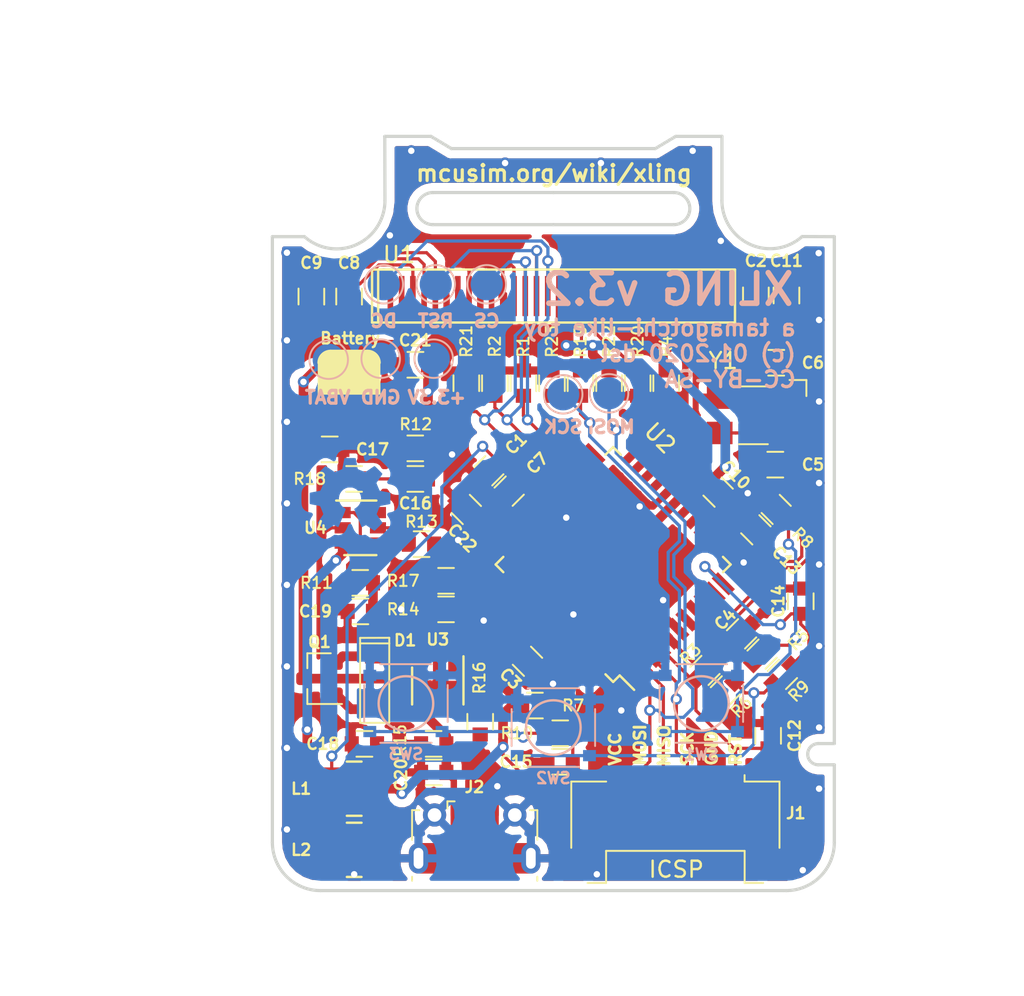
<source format=kicad_pcb>
(kicad_pcb (version 20171130) (host pcbnew 5.0.2+dfsg1-1)
  (title_block (title "Xling PCB, a tamagotchi-like toy") (date 2020-01-13) (rev 3.2) (comment 3 "Dmitry Salychev <dsl@mcusim.org>") (comment 4 "Designed by"))
  (layers (0 F.Cu signal) (31 B.Cu signal) (34 B.Paste user) (35 F.Paste user) (36 B.SilkS user) (37 F.SilkS user) (38 B.Mask user) (39 F.Mask user) (44 Edge.Cuts user))
  (net 0 "")
  (net 1 +3V3)
  (net 2 GND)
  (net 3 "Net-(C11-Pad1)")
  (net 4 "Net-(R6-Pad1)")
  (net 5 "Net-(R13-Pad1)")
  (net 6 "Net-(C2-Pad1)")
  (net 7 "Net-(C5-Pad2)")
  (net 8 "Net-(C7-Pad1)")
  (net 9 "Net-(C8-Pad2)")
  (net 10 "Net-(C16-Pad2)")
  (net 11 "Net-(L2-Pad1)")
  (net 12 "Net-(R4-Pad2)")
  (net 13 "Net-(R5-Pad1)")
  (net 14 "Net-(R10-Pad2)")
  (net 15 "Net-(R11-Pad1)")
  (net 16 "Net-(R16-Pad1)")
  (net 17 "Net-(C1-Pad1)")
  (net 18 "Net-(C6-Pad2)")
  (net 19 "Net-(C8-Pad1)")
  (net 20 "Net-(C9-Pad2)")
  (net 21 "Net-(C9-Pad1)")
  (net 22 RST)
  (net 23 BTN1)
  (net 24 BTN2)
  (net 25 BTN3)
  (net 26 MOSI)
  (net 27 MISO)
  (net 28 SCK)
  (net 29 OLED_RST)
  (net 30 OLED_CS)
  (net 31 BAT_LVL)
  (net 32 BAT_STAT)
  (net 33 "Net-(R19-Pad2)")
  (net 34 "Net-(R20-Pad2)")
  (net 35 /BAT)
  (net 36 /PWR)
  (net 37 /USB)
  (net 38 OLED_DC)
  (net 39 "Net-(J2-Pad3)")
  (net 40 "Net-(J2-Pad4)")
  (net 41 "Net-(J2-Pad2)")
  (net 42 "Net-(U2-Pad44)")
  (net 43 "Net-(U2-Pad43)")
  (net 44 "Net-(U2-Pad41)")
  (net 45 "Net-(U2-Pad40)")
  (net 46 "Net-(U2-Pad36)")
  (net 47 "Net-(U2-Pad35)")
  (net 48 "Net-(U2-Pad33)")
  (net 49 "Net-(U2-Pad32)")
  (net 50 "Net-(U2-Pad31)")
  (net 51 "Net-(U2-Pad30)")
  (net 52 "Net-(U2-Pad23)")
  (net 53 "Net-(U2-Pad22)")
  (net 54 "Net-(U2-Pad21)")
  (net 55 "Net-(U2-Pad20)")
  (net 56 "Net-(U2-Pad19)")
  (net 57 "Net-(U2-Pad16)")
  (net 58 "Net-(U2-Pad15)")
  (net 59 "Net-(U2-Pad14)")
  (net 60 "Net-(U2-Pad13)")
  (net 61 "Net-(U2-Pad10)")
  (net 62 "Net-(U2-Pad9)")
  (net 63 "Net-(U1-Pad30)")
  (net 64 "Net-(U1-Pad7)")
  (net 65 "Net-(U1-Pad1)")
  (module "Xling Footprints:DisplayPin_1x30_P0.7mm" (layer F.Cu) (at 59.532 49.31)
    (fp_text reference U1 (at 0.539 -2.574) (layer F.SilkS))
    (fp_text value REX012864L)
    (pad 29 smd rect (at 19.6 0) (size 0.35 2.5) (layers F.Cu F.Paste F.Mask) (net 2 GND))
    (pad 30 smd rect (at 20.3 0) (size 0.35 2.5) (layers F.Cu F.Paste F.Mask) (net 63 "Net-(U1-Pad30)"))
    (pad 20 smd rect (at 13.3 0) (size 0.35 2.5) (layers F.Cu F.Paste F.Mask) (net 2 GND))
    (pad 27 smd rect (at 18.2 0) (size 0.35 2.5) (layers F.Cu F.Paste F.Mask) (net 3 "Net-(C11-Pad1)"))
    (pad 28 smd rect (at 18.9 0) (size 0.35 2.5) (layers F.Cu F.Paste F.Mask) (net 6 "Net-(C2-Pad1)"))
    (pad 26 smd rect (at 17.5 0) (size 0.35 2.5) (layers F.Cu F.Paste F.Mask) (net 12 "Net-(R4-Pad2)"))
    (pad 25 smd rect (at 16.8 0) (size 0.35 2.5) (layers F.Cu F.Paste F.Mask) (net 2 GND))
    (pad 24 smd rect (at 16.1 0) (size 0.35 2.5) (layers F.Cu F.Paste F.Mask) (net 2 GND))
    (pad 23 smd rect (at 15.4 0) (size 0.35 2.5) (layers F.Cu F.Paste F.Mask) (net 2 GND))
    (pad 22 smd rect (at 14.7 0) (size 0.35 2.5) (layers F.Cu F.Paste F.Mask) (net 2 GND))
    (pad 21 smd rect (at 14 0) (size 0.35 2.5) (layers F.Cu F.Paste F.Mask) (net 2 GND))
    (pad 19 smd rect (at 12.6 0) (size 0.35 2.5) (layers F.Cu F.Paste F.Mask) (net 34 "Net-(R20-Pad2)"))
    (pad 18 smd rect (at 11.9 0) (size 0.35 2.5) (layers F.Cu F.Paste F.Mask) (net 33 "Net-(R19-Pad2)"))
    (pad 17 smd rect (at 11.2 0) (size 0.35 2.5) (layers F.Cu F.Paste F.Mask) (net 1 +3V3))
    (pad 16 smd rect (at 10.5 0) (size 0.35 2.5) (layers F.Cu F.Paste F.Mask) (net 1 +3V3))
    (pad 15 smd rect (at 9.8 0) (size 0.35 2.5) (layers F.Cu F.Paste F.Mask) (net 38 OLED_DC))
    (pad 13 smd rect (at 8.4 0) (size 0.35 2.5) (layers F.Cu F.Paste F.Mask) (net 30 OLED_CS))
    (pad 14 smd rect (at 9.1 0) (size 0.35 2.5) (layers F.Cu F.Paste F.Mask) (net 29 OLED_RST))
    (pad 12 smd rect (at 7.7 0) (size 0.35 2.5) (layers F.Cu F.Paste F.Mask) (net 2 GND))
    (pad 11 smd rect (at 7 0) (size 0.35 2.5) (layers F.Cu F.Paste F.Mask) (net 2 GND))
    (pad 10 smd rect (at 6.3 0) (size 0.35 2.5) (layers F.Cu F.Paste F.Mask) (net 2 GND))
    (pad 9 smd rect (at 5.6 0) (size 0.35 2.5) (layers F.Cu F.Paste F.Mask) (net 1 +3V3))
    (pad 8 smd rect (at 4.9 0) (size 0.35 2.5) (layers F.Cu F.Paste F.Mask) (net 2 GND))
    (pad 7 smd rect (at 4.2 0) (size 0.35 2.5) (layers F.Cu F.Paste F.Mask) (net 64 "Net-(U1-Pad7)"))
    (pad 6 smd rect (at 3.5 0) (size 0.35 2.5) (layers F.Cu F.Paste F.Mask) (net 1 +3V3))
    (pad 5 smd rect (at 2.8 0) (size 0.35 2.5) (layers F.Cu F.Paste F.Mask) (net 20 "Net-(C9-Pad2)"))
    (pad 4 smd rect (at 2.1 0) (size 0.35 2.5) (layers F.Cu F.Paste F.Mask) (net 21 "Net-(C9-Pad1)"))
    (pad 3 smd rect (at 1.4 0) (size 0.35 2.5) (layers F.Cu F.Paste F.Mask) (net 9 "Net-(C8-Pad2)"))
    (pad 2 smd rect (at 0.7 0) (size 0.35 2.5) (layers F.Cu F.Paste F.Mask) (net 19 "Net-(C8-Pad1)"))
    (pad 1 smd rect (at 0 0) (size 0.35 2.5) (layers F.Cu F.Paste F.Mask) (net 65 "Net-(U1-Pad1)"))
  )
  (module "Xling Footprints:Battery_SMD_pads_1x02_HandSoldering" (layer F.Cu) (at 56.9595 55.2785 90)
    (fp_text reference J3 hide)
    (fp_text value Battery)
    (pad 1 smd roundrect (at 1.3 0 90) (size 1.5 3) (layers F.Cu F.Paste F.Mask) (net 35 /BAT))
    (pad 2 smd roundrect (at -1.3 0 90) (size 1.5 3) (layers F.Cu F.Paste F.Mask) (net 2 GND))
  )
  (module "Xling Footprints:Crystal_SMD_CFPX-104-4Pin_5x3.2mm" (layer F.Cu) (at 82.042 56.642 180)
    (fp_text reference Y1 (at 1.778 3.302) (layer F.SilkS))
    (fp_text value 12MHz)
    (pad 1 smd rect (at -2.2 1 180) (size 1.6 1.4) (layers F.Cu F.Paste F.Mask) (net 18 "Net-(C6-Pad2)"))
    (pad 2 smd rect (at 2 1 180) (size 1.6 1.4) (layers F.Cu F.Paste F.Mask) (net 2 GND))
    (pad 3 smd rect (at 2 -1.2 180) (size 1.6 1.4) (layers F.Cu F.Paste F.Mask) (net 7 "Net-(C5-Pad2)"))
    (pad 4 smd rect (at -2.2 -1.2 180) (size 1.6 1.4) (layers F.Cu F.Paste F.Mask) (net 2 GND))
  )
  (module "Xling Footprints:L_1210_3225Metric" (layer F.Cu) (at 57.277 80.01 180)
    (fp_text reference L1 (at 3.302 0) (layer F.SilkS) (effects (font (size 0.7 0.7))))
    (fp_text value 10uH)
    (pad 2 smd rect (at 1.4 0 180) (size 1.25 2.65) (layers F.Cu F.Paste F.Mask) (net 17 "Net-(C1-Pad1)"))
    (pad 1 smd rect (at -1.4 0 180) (size 1.25 2.65) (layers F.Cu F.Paste F.Mask) (net 1 +3V3))
  )
  (module "Xling Footprints:L_1210_3225Metric" (layer F.Cu) (at 57.277 83.82)
    (fp_text reference L2 (at -3.302 0) (layer F.SilkS) (effects (font (size 0.7 0.7))))
    (fp_text value 2.2uH)
    (pad 2 smd rect (at 1.4 0) (size 1.25 2.65) (layers F.Cu F.Paste F.Mask) (net 1 +3V3))
    (pad 1 smd rect (at -1.4 0) (size 1.25 2.65) (layers F.Cu F.Paste F.Mask) (net 11 "Net-(L2-Pad1)"))
  )
  (module "Xling Footprints:D_SOD-123" (layer F.Cu) (at 58.547 73.406 270)
    (fp_text reference D1 (at -2.6416 -1.905) (layer F.SilkS) (effects (font (size 0.7 0.7))))
    (fp_text value 1N5819)
    (pad 2 smd rect (at 1.65 0 270) (size 0.9 1.2) (layers F.Cu F.Paste F.Mask) (net 37 /USB))
    (pad 1 smd rect (at -1.65 0 270) (size 0.9 1.2) (layers F.Cu F.Paste F.Mask) (net 36 /PWR))
  )
  (module "Xling Footprints:C_0603_1608Metric" (layer F.Cu) (at 65.659 60.198 225)
    (fp_text reference C1 (at -2.388748 -0.017961 225) (layer F.SilkS) (effects (font (size 0.7 0.7))))
    (fp_text value 100nF)
    (pad 2 smd rect (at 0.787501 0 225) (size 0.875 0.95) (layers F.Cu F.Paste F.Mask) (net 2 GND))
    (pad 1 smd rect (at -0.787501 0 225) (size 0.875 0.95) (layers F.Cu F.Paste F.Mask) (net 17 "Net-(C1-Pad1)"))
  )
  (module "Xling Footprints:C_0603_1608Metric" (layer F.Cu) (at 82.296 49.276 270)
    (fp_text reference C2 (at -2.159 0) (layer F.SilkS) (effects (font (size 0.7 0.7))))
    (fp_text value 4.7uF)
    (pad 2 smd rect (at 0.7875 0 270) (size 0.875 0.95) (layers F.Cu F.Paste F.Mask) (net 2 GND))
    (pad 1 smd rect (at -0.7875 0 270) (size 0.875 0.95) (layers F.Cu F.Paste F.Mask) (net 6 "Net-(C2-Pad1)"))
  )
  (module "Xling Footprints:C_0603_1608Metric" (layer F.Cu) (at 68.072 72.0725 315)
    (fp_text reference C3 (at 0.00898 1.517663 135) (layer F.SilkS) (effects (font (size 0.7 0.7))))
    (fp_text value 100nF)
    (pad 2 smd rect (at 0.787501 0 315) (size 0.875 0.95) (layers F.Cu F.Paste F.Mask) (net 2 GND))
    (pad 1 smd rect (at -0.787501 0 315) (size 0.875 0.95) (layers F.Cu F.Paste F.Mask) (net 1 +3V3))
  )
  (module "Xling Footprints:C_0603_1608Metric" (layer F.Cu) (at 83.5025 59.817 180)
    (fp_text reference C5 (at -2.3495 0 180) (layer F.SilkS) (effects (font (size 0.7 0.7))))
    (fp_text value 22pF)
    (pad 2 smd rect (at 0.7875 0 180) (size 0.875 0.95) (layers F.Cu F.Paste F.Mask) (net 7 "Net-(C5-Pad2)"))
    (pad 1 smd rect (at -0.7875 0 180) (size 0.875 0.95) (layers F.Cu F.Paste F.Mask) (net 2 GND))
  )
  (module "Xling Footprints:C_0603_1608Metric" (layer F.Cu) (at 83.566 53.467)
    (fp_text reference C6 (at 2.286 0 -180) (layer F.SilkS) (effects (font (size 0.7 0.7))))
    (fp_text value 22pF)
    (pad 2 smd rect (at 0.7875 0) (size 0.875 0.95) (layers F.Cu F.Paste F.Mask) (net 18 "Net-(C6-Pad2)"))
    (pad 1 smd rect (at -0.7875 0) (size 0.875 0.95) (layers F.Cu F.Paste F.Mask) (net 2 GND))
  )
  (module "Xling Footprints:C_0603_1608Metric" (layer F.Cu) (at 66.929 61.468 225)
    (fp_text reference C7 (at -2.46059 -0.017961 225) (layer F.SilkS) (effects (font (size 0.7 0.7))))
    (fp_text value 100nF)
    (pad 2 smd rect (at 0.787501 0 225) (size 0.875 0.95) (layers F.Cu F.Paste F.Mask) (net 2 GND))
    (pad 1 smd rect (at -0.787501 0 225) (size 0.875 0.95) (layers F.Cu F.Paste F.Mask) (net 8 "Net-(C7-Pad1)"))
  )
  (module "Xling Footprints:C_0603_1608Metric" (layer F.Cu) (at 56.9595 49.3395 90)
    (fp_text reference C8 (at 2.0955 0 -180) (layer F.SilkS) (effects (font (size 0.7 0.7))))
    (fp_text value 0.22uF)
    (pad 2 smd rect (at 0.7875 0 90) (size 0.875 0.95) (layers F.Cu F.Paste F.Mask) (net 9 "Net-(C8-Pad2)"))
    (pad 1 smd rect (at -0.7875 0 90) (size 0.875 0.95) (layers F.Cu F.Paste F.Mask) (net 19 "Net-(C8-Pad1)"))
  )
  (module "Xling Footprints:C_0603_1608Metric" (layer F.Cu) (at 54.61 49.3395 90)
    (fp_text reference C9 (at 2.0955 0 180) (layer F.SilkS) (effects (font (size 0.7 0.7))))
    (fp_text value 0.22uF)
    (pad 2 smd rect (at 0.7875 0 90) (size 0.875 0.95) (layers F.Cu F.Paste F.Mask) (net 20 "Net-(C9-Pad2)"))
    (pad 1 smd rect (at -0.7875 0 90) (size 0.875 0.95) (layers F.Cu F.Paste F.Mask) (net 21 "Net-(C9-Pad1)"))
  )
  (module "Xling Footprints:C_0603_1608Metric" (layer F.Cu) (at 79.9465 61.5315 315)
    (fp_text reference C10 (at 0 -1.526644 315) (layer F.SilkS) (effects (font (size 0.7 0.7))))
    (fp_text value 100nF)
    (pad 2 smd rect (at 0.787501 0 315) (size 0.875 0.95) (layers F.Cu F.Paste F.Mask) (net 2 GND))
    (pad 1 smd rect (at -0.787501 0 315) (size 0.875 0.95) (layers F.Cu F.Paste F.Mask) (net 1 +3V3))
  )
  (module "Xling Footprints:C_0603_1608Metric" (layer F.Cu) (at 84.201 49.276 270)
    (fp_text reference C11 (at -2.159 0) (layer F.SilkS) (effects (font (size 0.7 0.7))))
    (fp_text value 4.7uF)
    (pad 2 smd rect (at 0.7875 0 270) (size 0.875 0.95) (layers F.Cu F.Paste F.Mask) (net 2 GND))
    (pad 1 smd rect (at -0.7875 0 270) (size 0.875 0.95) (layers F.Cu F.Paste F.Mask) (net 3 "Net-(C11-Pad1)"))
  )
  (module "Xling Footprints:C_0603_1608Metric" (layer F.Cu) (at 83.058 76.708 90)
    (fp_text reference C12 (at 0 1.651 90) (layer F.SilkS) (effects (font (size 0.7 0.7))))
    (fp_text value 100nF)
    (pad 2 smd rect (at 0.7875 0 90) (size 0.875 0.95) (layers F.Cu F.Paste F.Mask) (net 2 GND))
    (pad 1 smd rect (at -0.7875 0 90) (size 0.875 0.95) (layers F.Cu F.Paste F.Mask) (net 22 RST))
  )
  (module "Xling Footprints:C_0603_1608Metric" (layer F.Cu) (at 82.296 63.881 315)
    (fp_text reference C13 (at 2.694077 0 135) (layer F.SilkS) (effects (font (size 0.7 0.7))))
    (fp_text value 4.7nF)
    (pad 2 smd rect (at 0.787501 0 315) (size 0.875 0.95) (layers F.Cu F.Paste F.Mask) (net 2 GND))
    (pad 1 smd rect (at -0.787501 0 315) (size 0.875 0.95) (layers F.Cu F.Paste F.Mask) (net 23 BTN1))
  )
  (module "Xling Footprints:C_0603_1608Metric" (layer F.Cu) (at 85.09 68.326 90)
    (fp_text reference C14 (at 0 -1.397 270) (layer F.SilkS) (effects (font (size 0.7 0.7))))
    (fp_text value 4.7nF)
    (pad 2 smd rect (at 0.7875 0 90) (size 0.875 0.95) (layers F.Cu F.Paste F.Mask) (net 2 GND))
    (pad 1 smd rect (at -0.7875 0 90) (size 0.875 0.95) (layers F.Cu F.Paste F.Mask) (net 24 BTN2))
  )
  (module "Xling Footprints:C_0603_1608Metric" (layer F.Cu) (at 70.104 78.3336 180)
    (fp_text reference C15 (at 2.7432 0 180) (layer F.SilkS) (effects (font (size 0.7 0.7))))
    (fp_text value 4.7nF)
    (pad 2 smd rect (at 0.7875 0 180) (size 0.875 0.95) (layers F.Cu F.Paste F.Mask) (net 2 GND))
    (pad 1 smd rect (at -0.7875 0 180) (size 0.875 0.95) (layers F.Cu F.Paste F.Mask) (net 25 BTN3))
  )
  (module "Xling Footprints:C_0603_1608Metric" (layer F.Cu) (at 61.087 60.706 180)
    (fp_text reference C16 (at 0 -1.524 180) (layer F.SilkS) (effects (font (size 0.7 0.7))))
    (fp_text value 22pF)
    (pad 2 smd rect (at 0.7875 0 180) (size 0.875 0.95) (layers F.Cu F.Paste F.Mask) (net 10 "Net-(C16-Pad2)"))
    (pad 1 smd rect (at -0.7875 0 180) (size 0.875 0.95) (layers F.Cu F.Paste F.Mask) (net 1 +3V3))
  )
  (module "Xling Footprints:C_0603_1608Metric" (layer F.Cu) (at 55.753 58.8645)
    (fp_text reference C17 (at 2.667 0) (layer F.SilkS) (effects (font (size 0.7 0.7))))
    (fp_text value 4.7uF)
    (pad 2 smd rect (at 0.7875 0) (size 0.875 0.95) (layers F.Cu F.Paste F.Mask) (net 2 GND))
    (pad 1 smd rect (at -0.7875 0) (size 0.875 0.95) (layers F.Cu F.Paste F.Mask) (net 35 /BAT))
  )
  (module "Xling Footprints:C_0603_1608Metric" (layer F.Cu) (at 57.912 77.216 180)
    (fp_text reference C18 (at 2.5908 0 180) (layer F.SilkS) (effects (font (size 0.7 0.7))))
    (fp_text value 4.7uF)
    (pad 2 smd rect (at 0.7875 0 180) (size 0.875 0.95) (layers F.Cu F.Paste F.Mask) (net 2 GND))
    (pad 1 smd rect (at -0.7875 0 180) (size 0.875 0.95) (layers F.Cu F.Paste F.Mask) (net 1 +3V3))
  )
  (module "Xling Footprints:C_0603_1608Metric" (layer F.Cu) (at 57.658 68.961 180)
    (fp_text reference C19 (at 2.794 0 180) (layer F.SilkS) (effects (font (size 0.7 0.7))))
    (fp_text value 4.7uF)
    (pad 2 smd rect (at 0.7875 0 180) (size 0.875 0.95) (layers F.Cu F.Paste F.Mask) (net 2 GND))
    (pad 1 smd rect (at -0.7875 0 180) (size 0.875 0.95) (layers F.Cu F.Paste F.Mask) (net 36 /PWR))
  )
  (module "Xling Footprints:C_0603_1608Metric" (layer F.Cu) (at 62.23 78.994 180)
    (fp_text reference C20 (at 2.032 -0.1524 270) (layer F.SilkS) (effects (font (size 0.7 0.7))))
    (fp_text value 4.7uF)
    (pad 2 smd rect (at 0.7875 0 180) (size 0.875 0.95) (layers F.Cu F.Paste F.Mask) (net 2 GND))
    (pad 1 smd rect (at -0.7875 0 180) (size 0.875 0.95) (layers F.Cu F.Paste F.Mask) (net 37 /USB))
  )
  (module "Xling Footprints:C_0603_1608Metric" (layer F.Cu) (at 64.262 62.611 315)
    (fp_text reference C22 (at 1.077631 1.436841 315) (layer F.SilkS) (effects (font (size 0.7 0.7))))
    (fp_text value 22pF)
    (pad 2 smd rect (at 0.787501 0 315) (size 0.875 0.95) (layers F.Cu F.Paste F.Mask) (net 31 BAT_LVL))
    (pad 1 smd rect (at -0.787501 0 315) (size 0.875 0.95) (layers F.Cu F.Paste F.Mask) (net 2 GND))
  )
  (module "Xling Footprints:R_0603_1608Metric" (layer F.Cu) (at 67.818 54.737 90)
    (fp_text reference R1 (at 2.286 0 90) (layer F.SilkS) (effects (font (size 0.7 0.7) (thickness 0.125))))
    (fp_text value 10K)
    (pad 2 smd rect (at 0.7875 0 90) (size 0.875 0.95) (layers F.Cu F.Paste F.Mask) (net 1 +3V3))
    (pad 1 smd rect (at -0.7875 0 90) (size 0.875 0.95) (layers F.Cu F.Paste F.Mask) (net 38 OLED_DC))
  )
  (module "Xling Footprints:R_0603_1608Metric" (layer F.Cu) (at 66.04 54.737 90)
    (fp_text reference R2 (at 2.286 0 90) (layer F.SilkS) (effects (font (size 0.7 0.7) (thickness 0.125))))
    (fp_text value 10K)
    (pad 2 smd rect (at 0.7875 0 90) (size 0.875 0.95) (layers F.Cu F.Paste F.Mask) (net 1 +3V3))
    (pad 1 smd rect (at -0.7875 0 90) (size 0.875 0.95) (layers F.Cu F.Paste F.Mask) (net 29 OLED_RST))
  )
  (module "Xling Footprints:R_0603_1608Metric" (layer F.Cu) (at 79.121 72.644 225)
    (fp_text reference R3 (at -0.089803 1.347038 225) (layer F.SilkS) (effects (font (size 0.7 0.7) (thickness 0.125))))
    (fp_text value 100K)
    (pad 2 smd rect (at 0.787501 0 225) (size 0.875 0.95) (layers F.Cu F.Paste F.Mask) (net 22 RST))
    (pad 1 smd rect (at -0.787501 0 225) (size 0.875 0.95) (layers F.Cu F.Paste F.Mask) (net 1 +3V3))
  )
  (module "Xling Footprints:R_0603_1608Metric" (layer F.Cu) (at 76.708 54.737 90)
    (fp_text reference R4 (at 2.286 0 270) (layer F.SilkS) (effects (font (size 0.7 0.7) (thickness 0.125))))
    (fp_text value 510K)
    (pad 2 smd rect (at 0.7875 0 90) (size 0.875 0.95) (layers F.Cu F.Paste F.Mask) (net 12 "Net-(R4-Pad2)"))
    (pad 1 smd rect (at -0.7875 0 90) (size 0.875 0.95) (layers F.Cu F.Paste F.Mask) (net 2 GND))
  )
  (module "Xling Footprints:R_0603_1608Metric" (layer F.Cu) (at 82.677 71.628 225)
    (fp_text reference R5 (at -2.245064 -0.987828 225) (layer F.SilkS) (effects (font (size 0.7 0.7) (thickness 0.125))))
    (fp_text value 510K)
    (pad 2 smd rect (at 0.787501 0 225) (size 0.875 0.95) (layers F.Cu F.Paste F.Mask) (net 1 +3V3))
    (pad 1 smd rect (at -0.787501 0 225) (size 0.875 0.95) (layers F.Cu F.Paste F.Mask) (net 13 "Net-(R5-Pad1)"))
  )
  (module "Xling Footprints:R_0603_1608Metric" (layer F.Cu) (at 80.391 73.914 225)
    (fp_text reference R6 (at 0 -1.436841 45) (layer F.SilkS) (effects (font (size 0.7 0.7) (thickness 0.125))))
    (fp_text value 510K)
    (pad 2 smd rect (at 0.787501 0 225) (size 0.875 0.95) (layers F.Cu F.Paste F.Mask) (net 1 +3V3))
    (pad 1 smd rect (at -0.787501 0 225) (size 0.875 0.95) (layers F.Cu F.Paste F.Mask) (net 4 "Net-(R6-Pad1)"))
  )
  (module "Xling Footprints:R_0603_1608Metric" (layer F.Cu) (at 68.5292 74.8284 180)
    (fp_text reference R7 (at -2.3876 0 180) (layer F.SilkS) (effects (font (size 0.7 0.7) (thickness 0.125))))
    (fp_text value 510K)
    (pad 2 smd rect (at 0.7875 0 180) (size 0.875 0.95) (layers F.Cu F.Paste F.Mask) (net 1 +3V3))
    (pad 1 smd rect (at -0.7875 0 180) (size 0.875 0.95) (layers F.Cu F.Paste F.Mask) (net 14 "Net-(R10-Pad2)"))
  )
  (module "Xling Footprints:R_0603_1608Metric" (layer F.Cu) (at 83.566 62.611 315)
    (fp_text reference R8 (at 2.424669 0.089803 135) (layer F.SilkS) (effects (font (size 0.7 0.7) (thickness 0.125))))
    (fp_text value 100K)
    (pad 2 smd rect (at 0.787501 0 315) (size 0.875 0.95) (layers F.Cu F.Paste F.Mask) (net 13 "Net-(R5-Pad1)"))
    (pad 1 smd rect (at -0.787501 0 315) (size 0.875 0.95) (layers F.Cu F.Paste F.Mask) (net 23 BTN1))
  )
  (module "Xling Footprints:R_0603_1608Metric" (layer F.Cu) (at 83.947 72.898 225)
    (fp_text reference R9 (at 0 -1.4732 225) (layer F.SilkS) (effects (font (size 0.7 0.7) (thickness 0.125))))
    (fp_text value 100K)
    (pad 2 smd rect (at 0.787501 0 225) (size 0.875 0.95) (layers F.Cu F.Paste F.Mask) (net 4 "Net-(R6-Pad1)"))
    (pad 1 smd rect (at -0.787501 0 225) (size 0.875 0.95) (layers F.Cu F.Paste F.Mask) (net 24 BTN2))
  )
  (module "Xling Footprints:R_0603_1608Metric" (layer F.Cu) (at 70.104 76.5556 180)
    (fp_text reference R10 (at 2.6924 0 180) (layer F.SilkS) (effects (font (size 0.7 0.7) (thickness 0.125))))
    (fp_text value 100K)
    (pad 2 smd rect (at 0.7875 0 180) (size 0.875 0.95) (layers F.Cu F.Paste F.Mask) (net 14 "Net-(R10-Pad2)"))
    (pad 1 smd rect (at -0.7875 0 180) (size 0.875 0.95) (layers F.Cu F.Paste F.Mask) (net 25 BTN3))
  )
  (module "Xling Footprints:R_0603_1608Metric" (layer F.Cu) (at 57.658 67.183)
    (fp_text reference R11 (at -2.7305 0) (layer F.SilkS) (effects (font (size 0.7 0.7) (thickness 0.125))))
    (fp_text value 100K)
    (pad 2 smd rect (at 0.7875 0) (size 0.875 0.95) (layers F.Cu F.Paste F.Mask) (net 36 /PWR))
    (pad 1 smd rect (at -0.7875 0) (size 0.875 0.95) (layers F.Cu F.Paste F.Mask) (net 15 "Net-(R11-Pad1)"))
  )
  (module "Xling Footprints:R_0603_1608Metric" (layer F.Cu) (at 61.087 58.801)
    (fp_text reference R12 (at 0.0254 -1.4986) (layer F.SilkS) (effects (font (size 0.7 0.7) (thickness 0.125))))
    (fp_text value 510K)
    (pad 2 smd rect (at 0.7875 0) (size 0.875 0.95) (layers F.Cu F.Paste F.Mask) (net 1 +3V3))
    (pad 1 smd rect (at -0.7875 0) (size 0.875 0.95) (layers F.Cu F.Paste F.Mask) (net 10 "Net-(C16-Pad2)"))
  )
  (module "Xling Footprints:R_0603_1608Metric" (layer F.Cu) (at 61.468 64.77 180)
    (fp_text reference R13 (at 0 1.397 180) (layer F.SilkS) (effects (font (size 0.7 0.7) (thickness 0.125))))
    (fp_text value 100K)
    (pad 2 smd rect (at 0.7875 0 180) (size 0.875 0.95) (layers F.Cu F.Paste F.Mask) (net 36 /PWR))
    (pad 1 smd rect (at -0.7875 0 180) (size 0.875 0.95) (layers F.Cu F.Paste F.Mask) (net 5 "Net-(R13-Pad1)"))
  )
  (module "Xling Footprints:R_0603_1608Metric" (layer F.Cu) (at 62.992 68.834 180)
    (fp_text reference R14 (at 2.667 0) (layer F.SilkS) (effects (font (size 0.7 0.7) (thickness 0.125))))
    (fp_text value 510K)
    (pad 2 smd rect (at 0.7875 0 180) (size 0.875 0.95) (layers F.Cu F.Paste F.Mask) (net 35 /BAT))
    (pad 1 smd rect (at -0.7875 0 180) (size 0.875 0.95) (layers F.Cu F.Paste F.Mask) (net 31 BAT_LVL))
  )
  (module "Xling Footprints:R_0603_1608Metric" (layer F.Cu) (at 62.23 77.216)
    (fp_text reference R15 (at -2.0828 -0.2032 90) (layer F.SilkS) (effects (font (size 0.7 0.7) (thickness 0.125))))
    (fp_text value 510K)
    (pad 2 smd rect (at 0.7875 0) (size 0.875 0.95) (layers F.Cu F.Paste F.Mask) (net 37 /USB))
    (pad 1 smd rect (at -0.7875 0) (size 0.875 0.95) (layers F.Cu F.Paste F.Mask) (net 2 GND))
  )
  (module "Xling Footprints:R_0603_1608Metric" (layer F.Cu) (at 65.1256 75.8444 270)
    (fp_text reference R16 (at -2.7432 0.0508 270) (layer F.SilkS) (effects (font (size 0.7 0.7) (thickness 0.125))))
    (fp_text value 2.55K)
    (pad 2 smd rect (at 0.7875 0 270) (size 0.875 0.95) (layers F.Cu F.Paste F.Mask) (net 2 GND))
    (pad 1 smd rect (at -0.7875 0 270) (size 0.875 0.95) (layers F.Cu F.Paste F.Mask) (net 16 "Net-(R16-Pad1)"))
  )
  (module "Xling Footprints:R_0603_1608Metric" (layer F.Cu) (at 62.992 67.056 180)
    (fp_text reference R17 (at 2.667 0) (layer F.SilkS) (effects (font (size 0.7 0.7) (thickness 0.125))))
    (fp_text value 110K)
    (pad 2 smd rect (at 0.7875 0 180) (size 0.875 0.95) (layers F.Cu F.Paste F.Mask) (net 2 GND))
    (pad 1 smd rect (at -0.7875 0 180) (size 0.875 0.95) (layers F.Cu F.Paste F.Mask) (net 31 BAT_LVL))
  )
  (module "Xling Footprints:R_0603_1608Metric" (layer F.Cu) (at 57.277 60.706)
    (fp_text reference R18 (at -2.7686 0 180) (layer F.SilkS) (effects (font (size 0.7 0.7) (thickness 0.125))))
    (fp_text value 110K)
    (pad 2 smd rect (at 0.7875 0) (size 0.875 0.95) (layers F.Cu F.Paste F.Mask) (net 10 "Net-(C16-Pad2)"))
    (pad 1 smd rect (at -0.7875 0) (size 0.875 0.95) (layers F.Cu F.Paste F.Mask) (net 2 GND))
  )
  (module "Xling Footprints:R_0603_1608Metric" (layer F.Cu) (at 71.374 54.737 90)
    (fp_text reference R19 (at 2.6035 0 270) (layer F.SilkS) (effects (font (size 0.7 0.7) (thickness 0.125))))
    (fp_text value 10K)
    (pad 2 smd rect (at 0.7875 0 90) (size 0.875 0.95) (layers F.Cu F.Paste F.Mask) (net 33 "Net-(R19-Pad2)"))
    (pad 1 smd rect (at -0.7875 0 90) (size 0.875 0.95) (layers F.Cu F.Paste F.Mask) (net 28 SCK))
  )
  (module "Xling Footprints:R_0603_1608Metric" (layer F.Cu) (at 74.93 54.737 90)
    (fp_text reference R20 (at 2.6035 0 270) (layer F.SilkS) (effects (font (size 0.7 0.7) (thickness 0.125))))
    (fp_text value 10K)
    (pad 2 smd rect (at 0.7875 0 90) (size 0.875 0.95) (layers F.Cu F.Paste F.Mask) (net 34 "Net-(R20-Pad2)"))
    (pad 1 smd rect (at -0.7875 0 90) (size 0.875 0.95) (layers F.Cu F.Paste F.Mask) (net 26 MOSI))
  )
  (module "Xling Footprints:TQFP-44_10x10mm_P0.8mm" (layer F.Cu) (at 73.406 66.04 135)
    (fp_text reference U2 (at 3.5023 7.633218 135) (layer F.SilkS))
    (fp_text value ATmega1284P-AU)
    (pad 44 smd rect (at -4 -5.7 225) (size 1.5 0.55) (layers F.Cu F.Paste F.Mask) (net 42 "Net-(U2-Pad44)"))
    (pad 43 smd rect (at -3.2 -5.7 225) (size 1.5 0.55) (layers F.Cu F.Paste F.Mask) (net 43 "Net-(U2-Pad43)"))
    (pad 42 smd rect (at -2.4 -5.7 225) (size 1.5 0.55) (layers F.Cu F.Paste F.Mask) (net 25 BTN3))
    (pad 41 smd rect (at -1.6 -5.7 225) (size 1.5 0.55) (layers F.Cu F.Paste F.Mask) (net 44 "Net-(U2-Pad41)"))
    (pad 40 smd rect (at -0.8 -5.7 225) (size 1.5 0.55) (layers F.Cu F.Paste F.Mask) (net 45 "Net-(U2-Pad40)"))
    (pad 39 smd rect (at 0 -5.7 225) (size 1.5 0.55) (layers F.Cu F.Paste F.Mask) (net 2 GND))
    (pad 38 smd rect (at 0.8 -5.7 225) (size 1.5 0.55) (layers F.Cu F.Paste F.Mask) (net 1 +3V3))
    (pad 37 smd rect (at 1.6 -5.7 225) (size 1.5 0.55) (layers F.Cu F.Paste F.Mask) (net 32 BAT_STAT))
    (pad 36 smd rect (at 2.4 -5.7 225) (size 1.5 0.55) (layers F.Cu F.Paste F.Mask) (net 46 "Net-(U2-Pad36)"))
    (pad 35 smd rect (at 3.2 -5.7 225) (size 1.5 0.55) (layers F.Cu F.Paste F.Mask) (net 47 "Net-(U2-Pad35)"))
    (pad 34 smd rect (at 4 -5.7 225) (size 1.5 0.55) (layers F.Cu F.Paste F.Mask) (net 31 BAT_LVL))
    (pad 33 smd rect (at 5.7 -4 135) (size 1.5 0.55) (layers F.Cu F.Paste F.Mask) (net 48 "Net-(U2-Pad33)"))
    (pad 32 smd rect (at 5.7 -3.2 135) (size 1.5 0.55) (layers F.Cu F.Paste F.Mask) (net 49 "Net-(U2-Pad32)"))
    (pad 31 smd rect (at 5.7 -2.4 135) (size 1.5 0.55) (layers F.Cu F.Paste F.Mask) (net 50 "Net-(U2-Pad31)"))
    (pad 30 smd rect (at 5.7 -1.6 135) (size 1.5 0.55) (layers F.Cu F.Paste F.Mask) (net 51 "Net-(U2-Pad30)"))
    (pad 29 smd rect (at 5.7 -0.8 135) (size 1.5 0.55) (layers F.Cu F.Paste F.Mask) (net 8 "Net-(C7-Pad1)"))
    (pad 28 smd rect (at 5.7 0 135) (size 1.5 0.55) (layers F.Cu F.Paste F.Mask) (net 2 GND))
    (pad 27 smd rect (at 5.7 0.8 135) (size 1.5 0.55) (layers F.Cu F.Paste F.Mask) (net 17 "Net-(C1-Pad1)"))
    (pad 26 smd rect (at 5.7 1.6 135) (size 1.5 0.55) (layers F.Cu F.Paste F.Mask) (net 30 OLED_CS))
    (pad 25 smd rect (at 5.7 2.4 135) (size 1.5 0.55) (layers F.Cu F.Paste F.Mask) (net 29 OLED_RST))
    (pad 24 smd rect (at 5.7 3.2 135) (size 1.5 0.55) (layers F.Cu F.Paste F.Mask) (net 38 OLED_DC))
    (pad 23 smd rect (at 5.7 4 135) (size 1.5 0.55) (layers F.Cu F.Paste F.Mask) (net 52 "Net-(U2-Pad23)"))
    (pad 22 smd rect (at 4 5.7 225) (size 1.5 0.55) (layers F.Cu F.Paste F.Mask) (net 53 "Net-(U2-Pad22)"))
    (pad 21 smd rect (at 3.2 5.7 225) (size 1.5 0.55) (layers F.Cu F.Paste F.Mask) (net 54 "Net-(U2-Pad21)"))
    (pad 20 smd rect (at 2.4 5.7 225) (size 1.5 0.55) (layers F.Cu F.Paste F.Mask) (net 55 "Net-(U2-Pad20)"))
    (pad 19 smd rect (at 1.6 5.7 225) (size 1.5 0.55) (layers F.Cu F.Paste F.Mask) (net 56 "Net-(U2-Pad19)"))
    (pad 18 smd rect (at 0.8 5.7 225) (size 1.5 0.55) (layers F.Cu F.Paste F.Mask) (net 2 GND))
    (pad 17 smd rect (at 0 5.7 225) (size 1.5 0.55) (layers F.Cu F.Paste F.Mask) (net 1 +3V3))
    (pad 16 smd rect (at -0.8 5.7 225) (size 1.5 0.55) (layers F.Cu F.Paste F.Mask) (net 57 "Net-(U2-Pad16)"))
    (pad 15 smd rect (at -1.6 5.7 225) (size 1.5 0.55) (layers F.Cu F.Paste F.Mask) (net 58 "Net-(U2-Pad15)"))
    (pad 14 smd rect (at -2.4 5.7 225) (size 1.5 0.55) (layers F.Cu F.Paste F.Mask) (net 59 "Net-(U2-Pad14)"))
    (pad 13 smd rect (at -3.2 5.7 225) (size 1.5 0.55) (layers F.Cu F.Paste F.Mask) (net 60 "Net-(U2-Pad13)"))
    (pad 12 smd rect (at -4 5.7 225) (size 1.5 0.55) (layers F.Cu F.Paste F.Mask) (net 23 BTN1))
    (pad 11 smd rect (at -5.7 4 135) (size 1.5 0.55) (layers F.Cu F.Paste F.Mask) (net 24 BTN2))
    (pad 10 smd rect (at -5.7 3.2 135) (size 1.5 0.55) (layers F.Cu F.Paste F.Mask) (net 61 "Net-(U2-Pad10)"))
    (pad 9 smd rect (at -5.7 2.4 135) (size 1.5 0.55) (layers F.Cu F.Paste F.Mask) (net 62 "Net-(U2-Pad9)"))
    (pad 8 smd rect (at -5.7 1.6 135) (size 1.5 0.55) (layers F.Cu F.Paste F.Mask) (net 7 "Net-(C5-Pad2)"))
    (pad 7 smd rect (at -5.7 0.8 135) (size 1.5 0.55) (layers F.Cu F.Paste F.Mask) (net 18 "Net-(C6-Pad2)"))
    (pad 6 smd rect (at -5.7 0 135) (size 1.5 0.55) (layers F.Cu F.Paste F.Mask) (net 2 GND))
    (pad 5 smd rect (at -5.7 -0.8 135) (size 1.5 0.55) (layers F.Cu F.Paste F.Mask) (net 1 +3V3))
    (pad 4 smd rect (at -5.7 -1.6 135) (size 1.5 0.55) (layers F.Cu F.Paste F.Mask) (net 22 RST))
    (pad 3 smd rect (at -5.7 -2.4 135) (size 1.5 0.55) (layers F.Cu F.Paste F.Mask) (net 28 SCK))
    (pad 2 smd rect (at -5.7 -3.2 135) (size 1.5 0.55) (layers F.Cu F.Paste F.Mask) (net 27 MISO))
    (pad 1 smd rect (at -5.7 -4 135) (size 1.5 0.55) (layers F.Cu F.Paste F.Mask) (net 26 MOSI))
  )
  (module "Xling Footprints:SW_Tact_4.5x4.5mm_TVCM09BB_Low_Profile" (layer B.Cu) (at 78.9 74.7)
    (fp_text reference SW1 (at 0 3.176) (layer B.SilkS) (effects (font (size 0.7 0.7)) (justify mirror)))
    (fp_text value BTN)
    (pad 2 smd rect (at 2.25 -1.75) (size 0.8 0.7) (layers B.Cu B.Paste B.Mask) (net 2 GND))
    (pad 2 smd rect (at -2.25 -1.75) (size 0.8 0.7) (layers B.Cu B.Paste B.Mask) (net 2 GND))
    (pad 1 smd rect (at 2.25 1.75) (size 0.8 0.7) (layers B.Cu B.Paste B.Mask) (net 13 "Net-(R5-Pad1)"))
    (pad 1 smd rect (at -2.25 1.75) (size 0.8 0.7) (layers B.Cu B.Paste B.Mask) (net 13 "Net-(R5-Pad1)"))
  )
  (module "Xling Footprints:SW_Tact_4.5x4.5mm_TVCM09BB_Low_Profile" (layer B.Cu) (at 69.682 76.2)
    (fp_text reference SW2 (at 0 3.15) (layer B.SilkS) (effects (font (size 0.7 0.7)) (justify mirror)))
    (fp_text value BTN)
    (pad 2 smd rect (at 2.25 -1.75) (size 0.8 0.7) (layers B.Cu B.Paste B.Mask) (net 2 GND))
    (pad 2 smd rect (at -2.25 -1.75) (size 0.8 0.7) (layers B.Cu B.Paste B.Mask) (net 2 GND))
    (pad 1 smd rect (at 2.25 1.75) (size 0.8 0.7) (layers B.Cu B.Paste B.Mask) (net 4 "Net-(R6-Pad1)"))
    (pad 1 smd rect (at -2.25 1.75) (size 0.8 0.7) (layers B.Cu B.Paste B.Mask) (net 4 "Net-(R6-Pad1)"))
  )
  (module "Xling Footprints:SW_Tact_4.5x4.5mm_TVCM09BB_Low_Profile" (layer B.Cu) (at 60.5 74.7)
    (fp_text reference SW3 (at 0 3.153) (layer B.SilkS) (effects (font (size 0.7 0.7)) (justify mirror)))
    (fp_text value BTN)
    (pad 2 smd rect (at 2.25 -1.75) (size 0.8 0.7) (layers B.Cu B.Paste B.Mask) (net 2 GND))
    (pad 2 smd rect (at -2.25 -1.75) (size 0.8 0.7) (layers B.Cu B.Paste B.Mask) (net 2 GND))
    (pad 1 smd rect (at 2.25 1.75) (size 0.8 0.7) (layers B.Cu B.Paste B.Mask) (net 14 "Net-(R10-Pad2)"))
    (pad 1 smd rect (at -2.25 1.75) (size 0.8 0.7) (layers B.Cu B.Paste B.Mask) (net 14 "Net-(R10-Pad2)"))
  )
  (module "Xling Footprints:Molex_Pico-Lock_504050-0691_1x06-1MP_P1.50mm_Horizontal" (layer F.Cu) (at 77.282 82.46 180)
    (fp_text reference J1 (at -7.5032 0.926 180) (layer F.SilkS) (effects (font (size 0.7 0.7))))
    (fp_text value ISP)
    (pad MP smd rect (at 6.355 -2.395 180) (size 1.25 1.8) (layers F.Cu F.Paste F.Mask))
    (pad MP smd rect (at -6.355 -2.395 180) (size 1.25 1.8) (layers F.Cu F.Paste F.Mask))
    (pad 6 smd rect (at 3.75 2.795 180) (size 0.6 1) (layers F.Cu F.Paste F.Mask) (net 1 +3V3))
    (pad 5 smd rect (at 2.25 2.795 180) (size 0.6 1) (layers F.Cu F.Paste F.Mask) (net 26 MOSI))
    (pad 4 smd rect (at 0.75 2.795 180) (size 0.6 1) (layers F.Cu F.Paste F.Mask) (net 27 MISO))
    (pad 3 smd rect (at -0.75 2.795 180) (size 0.6 1) (layers F.Cu F.Paste F.Mask) (net 28 SCK))
    (pad 2 smd rect (at -2.25 2.795 180) (size 0.6 1) (layers F.Cu F.Paste F.Mask) (net 2 GND))
    (pad 1 smd rect (at -3.75 2.795 180) (size 0.6 1) (layers F.Cu F.Paste F.Mask) (net 22 RST))
  )
  (module "Xling Footprints:USB_Micro-B_Molex-105017-0001" (layer F.Cu) (at 64.782 83.11)
    (fp_text reference J2 (at -0.012 -3.2016) (layer F.SilkS) (effects (font (size 0.7 0.7))))
    (fp_text value USB_OTG)
    (pad 6 smd rect (at -2.9 1.2375) (size 1.2 1.9) (layers F.Cu F.Mask) (net 2 GND))
    (pad 6 smd rect (at 2.9 1.2375) (size 1.2 1.9) (layers F.Cu F.Mask) (net 2 GND))
    (pad 6 thru_hole oval (at 3.5 1.2375) (size 1.2 1.9) (drill oval 0.6 1.3) (layers *.Cu *.Mask) (net 2 GND))
    (pad 6 thru_hole oval (at -3.5 1.2375 180) (size 1.2 1.9) (drill oval 0.6 1.3) (layers *.Cu *.Mask) (net 2 GND))
    (pad 6 smd rect (at -1 1.2375) (size 1.5 1.9) (layers F.Cu F.Paste F.Mask) (net 2 GND))
    (pad 6 thru_hole circle (at 2.5 -1.4625) (size 1.45 1.45) (drill 0.85) (layers *.Cu *.Mask) (net 2 GND))
    (pad 3 smd rect (at 0 -1.4625) (size 0.4 1.35) (layers F.Cu F.Paste F.Mask) (net 39 "Net-(J2-Pad3)"))
    (pad 4 smd rect (at 0.65 -1.4625) (size 0.4 1.35) (layers F.Cu F.Paste F.Mask) (net 40 "Net-(J2-Pad4)"))
    (pad 5 smd rect (at 1.3 -1.4625) (size 0.4 1.35) (layers F.Cu F.Paste F.Mask) (net 2 GND))
    (pad 1 smd rect (at -1.3 -1.4625) (size 0.4 1.35) (layers F.Cu F.Paste F.Mask) (net 37 /USB))
    (pad 2 smd rect (at -0.65 -1.4625) (size 0.4 1.35) (layers F.Cu F.Paste F.Mask) (net 41 "Net-(J2-Pad2)"))
    (pad 6 thru_hole circle (at -2.5 -1.4625) (size 1.45 1.45) (drill 0.85) (layers *.Cu *.Mask) (net 2 GND))
    (pad 6 smd rect (at 1 1.2375) (size 1.5 1.9) (layers F.Cu F.Paste F.Mask) (net 2 GND))
  )
  (module "Xling Footprints:SOT-23" (layer F.Cu) (at 55.118 73.152 180)
    (fp_text reference Q1 (at 0 2.286) (layer F.SilkS) (effects (font (size 0.7 0.7))))
    (fp_text value NTR0202PL)
    (pad 3 smd roundrect (at 1 0 180) (size 0.9 0.8) (layers F.Cu F.Paste F.Mask) (net 35 /BAT))
    (pad 2 smd roundrect (at -1 0.95 180) (size 0.9 0.8) (layers F.Cu F.Paste F.Mask) (net 36 /PWR))
    (pad 1 smd roundrect (at -1 -0.95 180) (size 0.9 0.8) (layers F.Cu F.Paste F.Mask) (net 37 /USB))
  )
  (module "Xling Footprints:MCP73831_SOT_23" (layer F.Cu) (at 62.484 73.66 180)
    (fp_text reference U3 (at 0 2.9464 180) (layer F.SilkS) (effects (font (size 0.7 0.7))))
    (fp_text value MCP73831)
    (pad 4 smd rect (at 0.95 -1.35 180) (size 0.6 1.1) (layers F.Cu F.Paste F.Mask) (net 37 /USB))
    (pad 3 smd rect (at 0.95 1.45 180) (size 0.6 1.1) (layers F.Cu F.Paste F.Mask) (net 35 /BAT))
    (pad 2 smd rect (at 0 1.45 180) (size 0.6 1.1) (layers F.Cu F.Paste F.Mask) (net 2 GND))
    (pad 1 smd rect (at -0.95 1.45 180) (size 0.6 1.1) (layers F.Cu F.Paste F.Mask) (net 32 BAT_STAT))
    (pad 5 smd rect (at -0.95 -1.35 180) (size 0.6 1.1) (layers F.Cu F.Paste F.Mask) (net 16 "Net-(R16-Pad1)"))
  )
  (module "Xling Footprints:AP3401_TSOT26" (layer F.Cu) (at 57.658 63.754 270)
    (fp_text reference U4 (at 0 2.794) (layer F.SilkS) (effects (font (size 0.7 0.7))))
    (fp_text value AP3401_TSOT26)
    (pad 5 smd rect (at 0 -1.0995 270) (size 0.7 1) (layers F.Cu F.Paste F.Mask) (net 5 "Net-(R13-Pad1)"))
    (pad 6 smd rect (at -0.95 -1.0995 270) (size 0.7 1) (layers F.Cu F.Paste F.Mask) (net 10 "Net-(C16-Pad2)"))
    (pad 4 smd rect (at 0.95 -1.0995 270) (size 0.7 1) (layers F.Cu F.Paste F.Mask) (net 36 /PWR))
    (pad 3 smd rect (at 0.95 1.0995 270) (size 0.7 1) (layers F.Cu F.Paste F.Mask) (net 11 "Net-(L2-Pad1)"))
    (pad 2 smd rect (at 0 1.0995 270) (size 0.7 1) (layers F.Cu F.Paste F.Mask) (net 2 GND))
    (pad 1 smd rect (at -0.95 1.0995 270) (size 0.7 1) (layers F.Cu F.Paste F.Mask) (net 15 "Net-(R11-Pad1)"))
  )
  (module "Xling Footprints:C_0603_1608Metric" (layer F.Cu) (at 81.407 70.358 45)
    (fp_text reference C4 (at -0.089803 -1.347038 45) (layer F.SilkS) (effects (font (size 0.7 0.7))))
    (fp_text value 100nF)
    (pad 1 smd rect (at -0.787501 0 45) (size 0.875 0.95) (layers F.Cu F.Paste F.Mask) (net 1 +3V3))
    (pad 2 smd rect (at 0.787501 0 45) (size 0.875 0.95) (layers F.Cu F.Paste F.Mask) (net 2 GND))
  )
  (module "Xling Footprints:C_0603_1608Metric" (layer F.Cu) (at 61.087 53.594 180)
    (fp_text reference C21 (at 0 1.524 180) (layer F.SilkS) (effects (font (size 0.7 0.7))))
    (fp_text value 4.7uF)
    (pad 1 smd rect (at -0.7875 0 180) (size 0.875 0.95) (layers F.Cu F.Paste F.Mask) (net 1 +3V3))
    (pad 2 smd rect (at 0.7875 0 180) (size 0.875 0.95) (layers F.Cu F.Paste F.Mask) (net 2 GND))
  )
  (module "Xling Footprints:oshw" (layer B.Cu) (at 57.023 61.722 180)
    (fp_text reference OH1 hide)
    (fp_text value OpenHardwareLogo hide)
    (fp_poly (pts (xy 0.076709 2.31107) (xy 0.145144 2.310553) (xy 0.206566 2.309759) (xy 0.259081 2.308727) (xy 0.300797 2.307496) (xy 0.329822 2.306105) (xy 0.344263 2.304593) (xy 0.345351 2.304214) (xy 0.349646 2.294214) (xy 0.356538 2.268687) (xy 0.365778 2.228798) (xy 0.377115 2.175711) (xy 0.390298 2.110592) (xy 0.405079 2.034605) (xy 0.418169 1.96525) (xy 0.431919 1.892331) (xy 0.445002 1.824558) (xy 0.457042 1.763752) (xy 0.467665 1.711737) (xy 0.476497 1.670335) (xy 0.483162 1.641371) (xy 0.487288 1.626666) (xy 0.488003 1.625277) (xy 0.498414 1.619381) (xy 0.521919 1.608473) (xy 0.556128 1.593518) (xy 0.59865 1.575482) (xy 0.647097 1.555333) (xy 0.699077 1.534035) (xy 0.752201 1.512557) (xy 0.804079 1.491863) (xy 0.85232 1.47292) (xy 0.894535 1.456695) (xy 0.928333 1.444153) (xy 0.951324 1.436262) (xy 0.961119 1.433987) (xy 0.961131 1.433992) (xy 0.96998 1.439444) (xy 0.991207 1.453452) (xy 1.023248 1.474958) (xy 1.064541 1.502904) (xy 1.113524 1.536232) (xy 1.168635 1.573884) (xy 1.228311 1.614801) (xy 1.242761 1.62473) (xy 1.303476 1.666205) (xy 1.360248 1.704489) (xy 1.411477 1.738542) (xy 1.455566 1.767322) (xy 1.490916 1.789789) (xy 1.515927 1.804902) (xy 1.529003 1.811619) (xy 1.530144 1.811867) (xy 1.53968 1.806014) (xy 1.559337 1.789512) (xy 1.587533 1.763947) (xy 1.622682 1.730903) (xy 1.6632 1.691966) (xy 1.707501 1.648722) (xy 1.754001 1.602755) (xy 1.801115 1.555651) (xy 1.847259 1.508995) (xy 1.890848 1.464372) (xy 1.930297 1.423369) (xy 1.964021 1.387569) (xy 1.990436 1.358559) (xy 2.007957 1.337923) (xy 2.014999 1.327248) (xy 2.015067 1.326769) (xy 2.010406 1.31657) (xy 1.997133 1.294116) (xy 1.976315 1.261046) (xy 1.949017 1.219002) (xy 1.916305 1.169623) (xy 1.879245 1.114551) (xy 1.838903 1.055425) (xy 1.836315 1.051658) (xy 1.79549 0.992123) (xy 1.7575 0.936434) (xy 1.723467 0.88626) (xy 1.694515 0.843269) (xy 1.671767 0.80913) (xy 1.656346 0.785512) (xy 1.649377 0.774083) (xy 1.649281 0.773883) (xy 1.647974 0.766014) (xy 1.649854 0.752948) (xy 1.655499 0.733094) (xy 1.665488 0.70486) (xy 1.680402 0.666655) (xy 1.700819 0.616888) (xy 1.727318 0.553967) (xy 1.741249 0.521247) (xy 1.768364 0.458579) (xy 1.793353 0.402483) (xy 1.815385 0.354719) (xy 1.833626 0.317047) (xy 1.847244 0.291224) (xy 1.855406 0.279012) (xy 1.856184 0.27842) (xy 1.867601 0.275119) (xy 1.893747 0.269163) (xy 1.932694 0.260942) (xy 1.982514 0.250847) (xy 2.041279 0.239267) (xy 2.10706 0.226593) (xy 2.17793 0.213214) (xy 2.185683 0.211766) (xy 2.26691 0.196365) (xy 2.338422 0.182297) (xy 2.398985 0.169829) (xy 2.447365 0.159228) (xy 2.482328 0.15076) (xy 2.502642 0.144693) (xy 2.507419 0.142143) (xy 2.508953 0.131506) (xy 2.510376 0.105828) (xy 2.511648 0.067003) (xy 2.512731 0.016921) (xy 2.513586 -0.042523) (xy 2.514173 -0.109439) (xy 2.514453 -0.181932) (xy 2.51447 -0.200046) (xy 2.514416 -0.285913) (xy 2.514144 -0.356335) (xy 2.513605 -0.4128) (xy 2.512745 -0.456795) (xy 2.511514 -0.489808) (xy 2.50986 -0.513327) (xy 2.507732 -0.528839) (xy 2.505078 -0.537832) (xy 2.502659 -0.541236) (xy 2.491826 -0.544999) (xy 2.466272 -0.551333) (xy 2.427942 -0.55983) (xy 2.378786 -0.570084) (xy 2.320751 -0.581689) (xy 2.255785 -0.594238) (xy 2.187276 -0.60706) (xy 2.110351 -0.621496) (xy 2.041331 -0.634969) (xy 1.981771 -0.647143) (xy 1.933228 -0.657686) (xy 1.897258 -0.666264) (xy 1.875416 -0.672542) (xy 1.869544 -0.675222) (xy 1.862841 -0.685976) (xy 1.85119 -0.709979) (xy 1.835524 -0.744915) (xy 1.816772 -0.788471) (xy 1.795865 -0.838334) (xy 1.773734 -0.892189) (xy 1.751309 -0.947725) (xy 1.729521 -1.002626) (xy 1.7093 -1.05458) (xy 1.691577 -1.101272) (xy 1.677282 -1.14039) (xy 1.667347 -1.169619) (xy 1.662701 -1.186646) (xy 1.662594 -1.189737) (xy 1.668169 -1.198931) (xy 1.682247 -1.220437) (xy 1.703728 -1.252623) (xy 1.731511 -1.293854) (xy 1.764495 -1.342498) (xy 1.80158 -1.39692) (xy 1.840853 -1.454304) (xy 1.880812 -1.512995) (xy 1.917544 -1.56777) (xy 1.949971 -1.616958) (xy 1.977015 -1.658886) (xy 1.997597 -1.691884) (xy 2.010639 -1.714281) (xy 2.015067 -1.724314) (xy 2.009229 -1.733763) (xy 1.992771 -1.753362) (xy 1.967273 -1.781525) (xy 1.934317 -1.816663) (xy 1.895485 -1.857191) (xy 1.852357 -1.90152) (xy 1.806514 -1.948065) (xy 1.759539 -1.995237) (xy 1.713013 -2.041451) (xy 1.668516 -2.085119) (xy 1.62763 -2.124654) (xy 1.591937 -2.158468) (xy 1.563017 -2.184976) (xy 1.542452 -2.20259) (xy 1.531824 -2.209723) (xy 1.531321 -2.2098) (xy 1.521529 -2.205148) (xy 1.499483 -2.191914) (xy 1.466838 -2.171175) (xy 1.425245 -2.144011) (xy 1.376358 -2.111501) (xy 1.32183 -2.074725) (xy 1.265458 -2.036233) (xy 1.206987 -1.996346) (xy 1.15249 -1.959689) (xy 1.103632 -1.927342) (xy 1.062079 -1.900387) (xy 1.029495 -1.879903) (xy 1.007545 -1.866972) (xy 0.998021 -1.862667) (xy 0.985644 -1.866534) (xy 0.961491 -1.877176) (xy 0.928595 -1.893151) (xy 0.889986 -1.913018) (xy 0.87225 -1.92247) (xy 0.829667 -1.944579) (xy 0.792523 -1.962292) (xy 0.76362 -1.97437) (xy 0.745761 -1.979574) (xy 0.743039 -1.97962) (xy 0.738726 -1.977295) (xy 0.733125 -1.970754) (xy 0.725778 -1.958968) (xy 0.71623 -1.940912) (xy 0.704024 -1.915557) (xy 0.688701 -1.881876) (xy 0.669807 -1.838842) (xy 0.646883 -1.785429) (xy 0.619473 -1.720608) (xy 0.58712 -1.643353) (xy 0.549368 -1.552637) (xy 0.505758 -1.447433) (xy 0.498101 -1.428932) (xy 0.460429 -1.337547) (xy 0.424853 -1.250571) (xy 0.391881 -1.169292) (xy 0.362023 -1.094997) (xy 0.335788 -1.028977) (xy 0.313687 -0.972517) (xy 0.296228 -0.926906) (xy 0.28392 -0.893433) (xy 0.277274 -0.873386) (xy 0.276268 -0.868016) (xy 0.284915 -0.858162) (xy 0.304539 -0.841379) (xy 0.332057 -0.820171) (xy 0.358622 -0.801049) (xy 0.42888 -0.749285) (xy 0.486255 -0.700385) (xy 0.533672 -0.651138) (xy 0.574054 -0.598329) (xy 0.610325 -0.538745) (xy 0.628106 -0.504864) (xy 0.667927 -0.407481) (xy 0.691794 -0.306931) (xy 0.699966 -0.204922) (xy 0.692705 -0.103164) (xy 0.670272 -0.003366) (xy 0.632927 0.092763) (xy 0.580932 0.183515) (xy 0.514546 0.267179) (xy 0.509441 0.272647) (xy 0.43003 0.345277) (xy 0.341347 0.404297) (xy 0.242257 0.450408) (xy 0.194435 0.466988) (xy 0.166556 0.475042) (xy 0.140276 0.480613) (xy 0.111424 0.484135) (xy 0.07583 0.486044) (xy 0.029323 0.486774) (xy 0.004233 0.486833) (xy -0.048474 0.486483) (xy -0.08844 0.48514) (xy -0.119845 0.48237) (xy -0.146872 0.477737) (xy -0.173703 0.470806) (xy -0.186267 0.466996) (xy -0.28959 0.426324) (xy -0.383398 0.372183) (xy -0.466717 0.305394) (xy -0.538575 0.226777) (xy -0.597998 0.137154) (xy -0.614452 0.105833) (xy -0.648739 0.027738) (xy -0.671276 -0.046211) (xy -0.683567 -0.122406) (xy -0.687121 -0.2032) (xy -0.679023 -0.311649) (xy -0.655013 -0.415109) (xy -0.61552 -0.512517) (xy -0.560973 -0.602813) (xy -0.493407 -0.683292) (xy -0.463099 -0.711618) (xy -0.423729 -0.744653) (xy -0.380419 -0.778421) (xy -0.338294 -0.808947) (xy -0.302476 -0.832257) (xy -0.298102 -0.834806) (xy -0.278613 -0.849642) (xy -0.26688 -0.86544) (xy -0.266125 -0.867748) (xy -0.268546 -0.87887) (xy -0.277265 -0.904722) (xy -0.291946 -0.944452) (xy -0.312254 -0.997211) (xy -0.337854 -1.062145) (xy -0.368411 -1.138406) (xy -0.40359 -1.225142) (xy -0.443055 -1.321502) (xy -0.48212 -1.416132) (xy -0.5195 -1.506302) (xy -0.555143 -1.592144) (xy -0.588495 -1.672332) (xy -0.619001 -1.745542) (xy -0.646109 -1.810448) (xy -0.669263 -1.865723) (xy -0.68791 -1.910043) (xy -0.701497 -1.942083) (xy -0.709468 -1.960516) (xy -0.711244 -1.964349) (xy -0.724966 -1.977861) (xy -0.736315 -1.9812) (xy -0.749169 -1.977324) (xy -0.773758 -1.966659) (xy -0.807017 -1.950646) (xy -0.845882 -1.930728) (xy -0.863929 -1.921121) (xy -0.91361 -1.89532) (xy -0.952806 -1.876983) (xy -0.980207 -1.866679) (xy -0.993629 -1.864729) (xy -1.005533 -1.870449) (xy -1.029103 -1.8845) (xy -1.062152 -1.905477) (xy -1.10249 -1.931974) (xy -1.147931 -1.962586) (xy -1.176867 -1.982435) (xy -1.255062 -2.036371) (xy -1.320529 -2.081359) (xy -1.374413 -2.118154) (xy -1.417865 -2.14751) (xy -1.452031 -2.170182) (xy -1.478061 -2.186926) (xy -1.497102 -2.198496) (xy -1.510302 -2.205647) (xy -1.518809 -2.209134) (xy -1.522687 -2.2098) (xy -1.531465 -2.203999) (xy -1.550774 -2.187463) (xy -1.579233 -2.161495) (xy -1.615464 -2.127396) (xy -1.658086 -2.086467) (xy -1.70572 -2.040011) (xy -1.756984 -1.989329) (xy -1.767115 -1.979236) (xy -1.818773 -1.92745) (xy -1.866649 -1.878971) (xy -1.909405 -1.835187) (xy -1.945705 -1.797491) (xy -1.974212 -1.767272) (xy -1.993588 -1.74592) (xy -2.002498 -1.734827) (xy -2.002889 -1.734022) (xy -2.004388 -1.72906) (xy -2.004912 -1.723989) (xy -2.003608 -1.717434) (xy -1.999623 -1.708021) (xy -1.992105 -1.694375) (xy -1.9802 -1.675121) (xy -1.963058 -1.648885) (xy -1.939824 -1.614292) (xy -1.909647 -1.569967) (xy -1.871673 -1.514535) (xy -1.825051 -1.446623) (xy -1.820807 -1.440443) (xy -1.781397 -1.382709) (xy -1.745224 -1.329064) (xy -1.713377 -1.281177) (xy -1.686947 -1.240714) (xy -1.667024 -1.209343) (xy -1.654698 -1.18873) (xy -1.651 -1.180783) (xy -1.654048 -1.170118) (xy -1.662683 -1.14576) (xy -1.676142 -1.109711) (xy -1.693662 -1.063975) (xy -1.71448 -1.010556) (xy -1.737832 -0.951457) (xy -1.749509 -0.922179) (xy -1.779071 -0.848857) (xy -1.803324 -0.790085) (xy -1.822873 -0.744545) (xy -1.838323 -0.71092) (xy -1.850278 -0.687891) (xy -1.859342 -0.674142) (xy -1.865926 -0.668432) (xy -1.878191 -0.665202) (xy -1.905106 -0.659349) (xy -1.944662 -0.651271) (xy -1.994847 -0.641366) (xy -2.053651 -0.63003) (xy -2.119062 -0.617662) (xy -2.183465 -0.60569) (xy -2.252865 -0.592694) (xy -2.317217 -0.580258) (xy -2.374565 -0.568789) (xy -2.42295 -0.558696) (xy -2.460415 -0.550387) (xy -2.485002 -0.544268) (xy -2.494615 -0.540886) (xy -2.497611 -0.535601) (xy -2.500064 -0.524235) (xy -2.502024 -0.505352) (xy -2.503538 -0.477515) (xy -2.504655 -0.439286) (xy -2.505423 -0.389227) (xy -2.50589 -0.325902) (xy -2.506105 -0.247873) (xy -2.506133 -0.198125) (xy -2.506133 0.135076) (xy -2.487083 0.146829) (xy -2.474604 0.150999) (xy -2.447439 0.157713) (xy -2.407574 0.166556) (xy -2.356996 0.177113) (xy -2.297693 0.188971) (xy -2.231651 0.201714) (xy -2.160857 0.214929) (xy -2.159 0.215269) (xy -2.08854 0.228416) (xy -2.023153 0.241043) (xy -1.964758 0.252746) (xy -1.915273 0.263123) (xy -1.876616 0.271772) (xy -1.850706 0.278289) (xy -1.839461 0.282271) (xy -1.839325 0.282389) (xy -1.833183 0.292831) (xy -1.82163 0.316489) (xy -1.805704 0.350952) (xy -1.786443 0.393812) (xy -1.764882 0.442656) (xy -1.74206 0.495077) (xy -1.719014 0.548663) (xy -1.696781 0.601004) (xy -1.676397 0.649691) (xy -1.6589 0.692314) (xy -1.645328 0.726461) (xy -1.636717 0.749725) (xy -1.634067 0.759343) (xy -1.638721 0.769041) (xy -1.651982 0.791046) (xy -1.6728 0.823751) (xy -1.700126 0.865555) (xy -1.73291 0.914852) (xy -1.7701 0.970039) (xy -1.810648 1.029511) (xy -1.817096 1.038908) (xy -1.858253 1.099103) (xy -1.896408 1.155416) (xy -1.930477 1.20621) (xy -1.95938 1.249852) (xy -1.982035 1.284707) (xy -1.997361 1.30914) (xy -2.004276 1.321516) (xy -2.004511 1.322192) (xy -2.003243 1.329034) (xy -1.996309 1.340553) (xy -1.982804 1.357741) (xy -1.961824 1.381585) (xy -1.932465 1.413076) (xy -1.89382 1.453203) (xy -1.844986 1.502956) (xy -1.785059 1.563324) (xy -1.773001 1.575417) (xy -1.71297 1.635185) (xy -1.659406 1.687702) (xy -1.613219 1.732114) (xy -1.575323 1.767564) (xy -1.546627 1.793197) (xy -1.528043 1.808157) (xy -1.521124 1.811867) (xy -1.510733 1.807212) (xy -1.488072 1.793954) (xy -1.454777 1.773149) (xy -1.412485 1.745855) (xy -1.362833 1.713129) (xy -1.307456 1.67603) (xy -1.247991 1.635614) (xy -1.241523 1.631184) (xy -1.181499 1.590119) (xy -1.125296 1.551809) (xy -1.074578 1.517378) (xy -1.031008 1.48795) (xy -0.996252 1.464648) (xy -0.971974 1.448598) (xy -0.959839 1.440922) (xy -0.959413 1.440688) (xy -0.951991 1.438431) (xy -0.941101 1.438759) (xy -0.924901 1.442281) (xy -0.901553 1.449609) (xy -0.869214 1.461354) (xy -0.826045 1.478127) (xy -0.770205 1.500537) (xy -0.730813 1.516552) (xy -0.661056 1.545031) (xy -0.605353 1.567928) (xy -0.562066 1.58603) (xy -0.52956 1.600123) (xy -0.506197 1.610995) (xy -0.490341 1.619433) (xy -0.480357 1.626223) (xy -0.474606 1.632153) (xy -0.471453 1.63801) (xy -0.470091 1.641932) (xy -0.4674 1.653773) (xy -0.462011 1.680324) (xy -0.454299 1.719642) (xy -0.444639 1.769785) (xy -0.433403 1.82881) (xy -0.420966 1.894775) (xy -0.407702 1.965736) (xy -0.406341 1.973052) (xy -0.392913 2.044198) (xy -0.380053 2.110335) (xy -0.36816 2.169556) (xy -0.357633 2.219953) (xy -0.348873 2.25962) (xy -0.342278 2.286646) (xy -0.338249 2.299126) (xy -0.33798 2.299528) (xy -0.33293 2.302605) (xy -0.322395 2.305119) (xy -0.304894 2.307122) (xy -0.278945 2.308664) (xy -0.243067 2.309797) (xy -0.19578 2.310572) (xy -0.135601 2.311039) (xy -0.06105 2.311249) (xy 0.003153 2.311271) (xy 0.076709 2.31107)) (layer B.Cu) (width 0.01))
  )
  (module "Xling Footprints:TestPoint_Pad_D2.0mm" (layer B.Cu) (at 62.23 53.213)
    (fp_text reference TP1 hide)
    (fp_text value +3.3V hide)
    (pad 1 smd circle (at 0 0) (size 2 2) (layers B.Cu B.Mask) (net 1 +3V3))
  )
  (module "Xling Footprints:TestPoint_Pad_D2.0mm" (layer B.Cu) (at 55.6895 53.2765)
    (fp_text reference TP2 hide)
    (fp_text value VBAT hide)
    (pad 1 smd circle (at 0 0) (size 2 2) (layers B.Cu B.Mask) (net 35 /BAT))
  )
  (module "Xling Footprints:TestPoint_Pad_D2.0mm" (layer B.Cu) (at 58.928 53.213)
    (fp_text reference TP5 hide)
    (fp_text value GND hide)
    (pad 1 smd circle (at 0 0) (size 2 2) (layers B.Cu B.Mask) (net 2 GND))
  )
  (module "Xling Footprints:R_0603_1608Metric" (layer F.Cu) (at 64.262 54.737 90)
    (fp_text reference R21 (at 2.6035 0 270) (layer F.SilkS) (effects (font (size 0.7 0.7) (thickness 0.125))))
    (fp_text value 10K)
    (pad 1 smd rect (at -0.7875 0 90) (size 0.875 0.95) (layers F.Cu F.Paste F.Mask) (net 30 OLED_CS))
    (pad 2 smd rect (at 0.7875 0 90) (size 0.875 0.95) (layers F.Cu F.Paste F.Mask) (net 1 +3V3))
  )
  (module "Xling Footprints:R_0603_1608Metric" (layer F.Cu) (at 73.152 54.737 90)
    (fp_text reference R22 (at 2.6035 0 270) (layer F.SilkS) (effects (font (size 0.7 0.7) (thickness 0.125))))
    (fp_text value 10K)
    (pad 2 smd rect (at 0.7875 0 90) (size 0.875 0.95) (layers F.Cu F.Paste F.Mask) (net 1 +3V3))
    (pad 1 smd rect (at -0.7875 0 90) (size 0.875 0.95) (layers F.Cu F.Paste F.Mask) (net 26 MOSI))
  )
  (module "Xling Footprints:R_0603_1608Metric" (layer F.Cu) (at 69.596 54.737 90)
    (fp_text reference R23 (at 2.6035 0 270) (layer F.SilkS) (effects (font (size 0.7 0.7) (thickness 0.125))))
    (fp_text value 10K)
    (pad 1 smd rect (at -0.7875 0 90) (size 0.875 0.95) (layers F.Cu F.Paste F.Mask) (net 28 SCK))
    (pad 2 smd rect (at 0.7875 0 90) (size 0.875 0.95) (layers F.Cu F.Paste F.Mask) (net 1 +3V3))
  )
  (module "Xling Footprints:TestPoint_Pad_D2.0mm" (layer B.Cu) (at 70.2945 55.4355)
    (fp_text reference TP3 hide)
    (fp_text value SCK)
    (pad 1 smd circle (at 0 0) (size 2 2) (layers B.Cu B.Mask) (net 28 SCK))
  )
  (module "Xling Footprints:TestPoint_Pad_D2.0mm" (layer B.Cu) (at 73.152 55.372)
    (fp_text reference TP4 hide)
    (fp_text value MOSI)
    (pad 1 smd circle (at 0 0) (size 2 2) (layers B.Cu B.Mask) (net 26 MOSI))
  )
  (module "Xling Footprints:TestPoint_Pad_D2.0mm" (layer B.Cu) (at 65.532 48.5775)
    (fp_text reference TP6 hide)
    (fp_text value CS)
    (pad 1 smd circle (at 0 0) (size 2 2) (layers B.Cu B.Mask) (net 30 OLED_CS))
  )
  (module "Xling Footprints:TestPoint_Pad_D2.0mm" (layer B.Cu) (at 59.1185 48.5775)
    (fp_text reference TP7 hide)
    (fp_text value DC)
    (pad 1 smd circle (at 0 0) (size 2 2) (layers B.Cu B.Mask) (net 38 OLED_DC))
  )
  (module "Xling Footprints:TestPoint_Pad_D2.0mm" (layer B.Cu) (at 62.357 48.5775)
    (fp_text reference TP8 hide)
    (fp_text value RST)
    (pad 1 smd circle (at 0 0) (size 2 2) (layers B.Cu B.Mask) (net 29 OLED_RST))
  )
  (gr_text SCK (at 70.2945 57.4675) (layer B.SilkS) (effects (font (size 0.8 0.8) (thickness 0.2)) (justify mirror)))
  (gr_text MOSI (at 73.279 57.4675) (layer B.SilkS) (effects (font (size 0.8 0.8) (thickness 0.2)) (justify mirror)))
  (gr_text DC (at 59.1185 50.8635) (layer B.SilkS) (effects (font (size 0.8 0.8) (thickness 0.2)) (justify mirror)))
  (gr_text RST (at 62.357 50.8635) (layer B.SilkS) (effects (font (size 0.8 0.8) (thickness 0.2)) (justify mirror)))
  (gr_text CS (at 65.532 50.8635) (layer B.SilkS) (effects (font (size 0.8 0.8) (thickness 0.2)) (justify mirror)))
  (gr_text VBAT (at 55.626 55.626) (layer B.SilkS) (effects (font (size 0.8 0.8) (thickness 0.2)) (justify mirror)))
  (gr_text GND (at 58.928 55.626) (layer B.SilkS) (effects (font (size 0.8 0.8) (thickness 0.2)) (justify mirror)))
  (gr_text +3.3V (at 62.4205 55.626) (layer B.SilkS) (effects (font (size 0.8 0.8) (thickness 0.2)) (justify mirror)))
  (gr_text "a tamagotchi-like toy\n(c) 01.2020 dsl\nCC-BY-SA" (at 84.8995 52.8955) (layer B.SilkS) (effects (font (size 1 1) (thickness 0.2)) (justify left mirror)))
  (gr_text "XLING v3.2" (at 84.836 48.895) (layer B.SilkS) (effects (font (size 1.9 1.9) (thickness 0.35)) (justify left mirror)))
  (gr_text mcusim.org/wiki/xling (at 69.723 41.656) (layer F.SilkS) (effects (font (size 1 1) (thickness 0.2))))
  (gr_arc (start 77.182 43.86) (end 77.182 44.86) (angle -180) (layer Edge.Cuts) (width 0.2))
  (gr_arc (start 62.182 43.86) (end 62.182 42.86) (angle -180) (layer Edge.Cuts) (width 0.2))
  (gr_line (start 87.182 78.520245) (end 87.182 83.36) (layer Edge.Cuts) (width 0.2))
  (gr_arc (start 86.182 77.86) (end 86.2 77.2) (angle -181.5622249) (layer Edge.Cuts) (width 0.2))
  (gr_line (start 87.182 78.520245) (end 86.182 78.520245) (layer Edge.Cuts) (width 0.2))
  (gr_line (start 87.182 77.2) (end 86.182 77.2) (layer Edge.Cuts) (width 0.2))
  (gr_text Battery (at 57.023 51.943) (layer F.SilkS) (effects (font (size 0.7 0.7))))
  (gr_text ICSP (at 77.343 85.0392) (layer F.SilkS) (effects (font (size 1 1))))
  (gr_line (start 77.182 42.86) (end 69.682 42.86) (layer Edge.Cuts) (width 0.2))
  (gr_line (start 77.182 44.86) (end 69.682 44.86) (layer Edge.Cuts) (width 0.2))
  (gr_line (start 62.182 42.86) (end 69.682 42.86) (layer Edge.Cuts) (width 0.2))
  (gr_line (start 69.682 44.86) (end 62.182 44.86) (layer Edge.Cuts) (width 0.2))
  (gr_text RST (at 81.032 78.66 90) (layer F.SilkS) (effects (font (size 0.7 0.7) (thickness 0.175)) (justify left)))
  (gr_text GND (at 79.532 78.66 90) (layer F.SilkS) (effects (font (size 0.7 0.7) (thickness 0.175)) (justify left)))
  (gr_text SCK (at 78.032 78.66 90) (layer F.SilkS) (effects (font (size 0.7 0.7) (thickness 0.175)) (justify left)))
  (gr_text MISO (at 76.582 78.71 90) (layer F.SilkS) (effects (font (size 0.7 0.7) (thickness 0.175)) (justify left)))
  (gr_text MOSI (at 75.082 78.66 90) (layer F.SilkS) (effects (font (size 0.7 0.7) (thickness 0.175)) (justify left)))
  (gr_text VCC (at 73.532 78.66 90) (layer F.SilkS) (effects (font (size 0.7 0.7) (thickness 0.175)) (justify left)))
  (gr_arc (start 83.182 43.36) (end 80.182 43.36) (angle -131.6335393) (layer Edge.Cuts) (width 0.2))
  (gr_line (start 87.182 45.61) (end 85.175092 45.602228) (layer Edge.Cuts) (width 0.2))
  (gr_line (start 54.182001 45.609999) (end 52.182 45.61) (layer Edge.Cuts) (width 0.2))
  (gr_arc (start 56.182 43.36) (end 54.182001 45.609999) (angle -131.6335378) (layer Edge.Cuts) (width 0.2))
  (gr_line (start 77.302 39.36) (end 80.182 39.36) (layer Edge.Cuts) (width 0.2))
  (gr_line (start 80.182 43.36) (end 80.182 39.36) (layer Edge.Cuts) (width 0.2))
  (gr_line (start 59.192397 43.36) (end 59.182 39.36) (layer Edge.Cuts) (width 0.2))
  (gr_arc (start 84.182 83.36) (end 84.182 86.36) (angle -90) (layer Edge.Cuts) (width 0.2))
  (gr_arc (start 55.182 83.36) (end 52.182 83.36) (angle -90) (layer Edge.Cuts) (width 0.2))
  (gr_line (start 59.182 39.36) (end 62.062 39.36) (layer Edge.Cuts) (width 0.2))
  (gr_line (start 76.032 40.122) (end 63.332 40.122) (layer Edge.Cuts) (width 0.2))
  (gr_line (start 77.302 39.36) (end 76.032 40.122) (layer Edge.Cuts) (width 0.2))
  (gr_line (start 62.062 39.36) (end 63.332 40.122) (layer Edge.Cuts) (width 0.2))
  (gr_line (start 87.182 45.61) (end 87.182 77.2) (layer Edge.Cuts) (width 0.2))
  (gr_line (start 52.182 83.36) (end 52.182 45.61) (layer Edge.Cuts) (width 0.2))
  (gr_line (start 84.182 86.36) (end 55.182 86.36) (layer Edge.Cuts) (width 0.2))
  (segment (start 61.8745 60.706) (end 61.8745 58.801) (width 0.6) (layer F.Cu) (net 1))
  (segment (start 58.6995 79.9875) (end 58.677 80.01) (width 0.2) (layer F.Cu) (net 1))
  (segment (start 58.677 77.2385) (end 58.6995 77.216) (width 0.2) (layer F.Cu) (net 1))
  (segment (start 58.677 83.82) (end 58.677 77.2385) (width 0.6) (layer F.Cu) (net 1))
  (segment (start 67.515153 70.799476) (end 67.515153 71.515653) (width 0.6) (layer F.Cu) (net 1))
  (segment (start 68.809806 69.504823) (end 67.515153 70.799476) (width 0.6) (layer F.Cu) (net 1))
  (segment (start 63.032 49.31) (end 63.032 51.4235) (width 0.4) (layer F.Cu) (net 1))
  (segment (start 65.132 49.31) (end 65.132 51.4025) (width 0.4) (layer F.Cu) (net 1))
  (segment (start 72.782629 65.532) (end 68.809806 69.504823) (width 0.6) (layer F.Cu) (net 1))
  (segment (start 73.914 65.532) (end 72.782629 65.532) (width 0.6) (layer F.Cu) (net 1))
  (segment (start 77.436509 62.009491) (end 73.914 65.532) (width 0.6) (layer F.Cu) (net 1))
  (segment (start 73.914 65.532) (end 73.914 67.679371) (width 0.6) (layer F.Cu) (net 1))
  (segment (start 73.914 67.679371) (end 76.870823 70.636194) (width 0.6) (layer F.Cu) (net 1))
  (segment (start 65.111 51.4235) (end 65.132 51.4025) (width 0.2) (layer F.Cu) (net 1))
  (segment (start 79.389653 60.974653) (end 79.389653 60.818347) (width 0.2) (layer F.Cu) (net 1))
  (segment (start 66.7512 72.279606) (end 67.515153 71.515653) (width 0.6) (layer F.Cu) (net 1))
  (segment (start 66.7512 73.3526) (end 66.7512 72.279606) (width 0.6) (layer F.Cu) (net 1))
  (via (at 60.2488 80.3148) (size 0.7) (drill 0.4) (layers F.Cu B.Cu) (net 1))
  (segment (start 58.677 80.01) (end 59.944 80.01) (width 0.6) (layer F.Cu) (net 1))
  (segment (start 59.944 80.01) (end 60.2488 80.3148) (width 0.6) (layer F.Cu) (net 1))
  (segment (start 67.7417 74.7909) (end 67.7417 74.8284) (width 0.2) (layer F.Cu) (net 1))
  (segment (start 66.7512 73.8004) (end 67.7417 74.7909) (width 0.6) (layer F.Cu) (net 1))
  (segment (start 66.7512 73.3526) (end 66.7512 73.8004) (width 0.6) (layer F.Cu) (net 1))
  (segment (start 65.111 51.4235) (end 65.191 51.4235) (width 0.2) (layer F.Cu) (net 1))
  (segment (start 61.4172 79.1464) (end 60.2488 80.3148) (width 0.6) (layer B.Cu) (net 1))
  (segment (start 64.8208 79.1464) (end 61.4172 79.1464) (width 0.6) (layer B.Cu) (net 1))
  (segment (start 76.870823 70.636194) (end 78.321782 72.087153) (width 0.2) (layer F.Cu) (net 1))
  (segment (start 78.321782 72.087153) (end 79.677847 72.087153) (width 0.2) (layer F.Cu) (net 1))
  (segment (start 79.677847 74.314541) (end 79.834153 74.470847) (width 0.2) (layer F.Cu) (net 1))
  (segment (start 79.677847 72.087153) (end 79.677847 74.314541) (width 0.2) (layer F.Cu) (net 1))
  (segment (start 79.677847 72.087153) (end 80.850153 70.914847) (width 0.2) (layer F.Cu) (net 1))
  (segment (start 80.850153 70.914847) (end 82.120153 72.184847) (width 0.2) (layer F.Cu) (net 1))
  (via (at 80.391 59.944) (size 0.7) (drill 0.4) (layers F.Cu B.Cu) (net 1))
  (segment (start 79.389653 60.974653) (end 79.389653 60.945347) (width 0.2) (layer F.Cu) (net 1))
  (segment (start 79.389653 60.945347) (end 80.391 59.944) (width 0.6) (layer F.Cu) (net 1))
  (segment (start 78.471347 60.974653) (end 79.389653 60.974653) (width 0.6) (layer F.Cu) (net 1))
  (segment (start 77.436509 62.009491) (end 78.471347 60.974653) (width 0.6) (layer F.Cu) (net 1))
  (segment (start 61.8745 55.2555) (end 61.8745 53.594) (width 0.6) (layer F.Cu) (net 1))
  (segment (start 70.032 49.31) (end 70.032 52.015) (width 0.4) (layer F.Cu) (net 1))
  (segment (start 70.732 49.31) (end 70.732 52.851) (width 0.4) (layer F.Cu) (net 1))
  (via (at 70.485 52.3875) (size 0.7) (drill 0.4) (layers F.Cu B.Cu) (net 1))
  (via (at 72.136 52.3875) (size 0.7) (drill 0.4) (layers F.Cu B.Cu) (net 1))
  (segment (start 72.136 52.971) (end 72.136 52.3875) (width 0.6) (layer F.Cu) (net 1))
  (segment (start 73.152 53.9495) (end 73.1145 53.9495) (width 0.2) (layer F.Cu) (net 1))
  (segment (start 73.1145 53.9495) (end 72.136 52.971) (width 0.6) (layer F.Cu) (net 1))
  (segment (start 80.391 59.944) (end 80.391 57.2135) (width 0.6) (layer B.Cu) (net 1))
  (segment (start 80.391 57.2135) (end 75.565 52.3875) (width 0.6) (layer B.Cu) (net 1))
  (segment (start 75.565 52.3875) (end 70.485 52.3875) (width 0.6) (layer B.Cu) (net 1))
  (segment (start 61.8745 55.9435) (end 61.8745 55.2555) (width 0.6) (layer F.Cu) (net 1))
  (via (at 61.8745 55.2555) (size 0.7) (drill 0.4) (layers F.Cu B.Cu) (net 1))
  (segment (start 61.8745 55.9435) (end 61.8745 58.801) (width 0.6) (layer F.Cu) (net 1))
  (segment (start 62.23 54.9) (end 61.8745 55.2555) (width 0.6) (layer B.Cu) (net 1))
  (segment (start 62.23 53.213) (end 62.23 54.9) (width 0.6) (layer B.Cu) (net 1))
  (segment (start 73.0504 81.3308) (end 73.532 80.8492) (width 0.2) (layer F.Cu) (net 1))
  (segment (start 73.532 80.8492) (end 73.532 79.665) (width 0.2) (layer F.Cu) (net 1))
  (segment (start 67.1042 74.8284) (end 66.548 75.3846) (width 0.6) (layer F.Cu) (net 1))
  (segment (start 67.7417 74.8284) (end 67.1042 74.8284) (width 0.6) (layer F.Cu) (net 1))
  (segment (start 69.964626 81.3308) (end 73.0504 81.3308) (width 0.2) (layer F.Cu) (net 1))
  (segment (start 66.548 75.3846) (end 66.548 76.924226) (width 0.6) (layer F.Cu) (net 1))
  (segment (start 66.548 76.924226) (end 66.548 77.4192) (width 0.6) (layer F.Cu) (net 1))
  (segment (start 66.548 77.4192) (end 66.548 77.914174) (width 0.2) (layer F.Cu) (net 1))
  (segment (start 66.548 77.914174) (end 69.964626 81.3308) (width 0.2) (layer F.Cu) (net 1))
  (segment (start 66.548 77.4192) (end 64.8208 79.1464) (width 0.6) (layer B.Cu) (net 1))
  (via (at 66.548 77.4192) (size 0.7) (drill 0.4) (layers F.Cu B.Cu) (net 1))
  (segment (start 64.432 49.31) (end 64.432 46.947) (width 0.2) (layer F.Cu) (net 2))
  (segment (start 66.532 46.847) (end 66.532 49.31) (width 0.2) (layer F.Cu) (net 2))
  (segment (start 72.832 47.305) (end 72.832 49.31) (width 0.2) (layer F.Cu) (net 2))
  (segment (start 73.532 46.989) (end 73.532 49.31) (width 0.2) (layer F.Cu) (net 2))
  (segment (start 74.232 46.546) (end 74.232 49.31) (width 0.2) (layer F.Cu) (net 2))
  (segment (start 74.932 46.611) (end 74.932 49.31) (width 0.2) (layer F.Cu) (net 2))
  (segment (start 75.632 46.803) (end 75.632 49.31) (width 0.2) (layer F.Cu) (net 2))
  (segment (start 76.332 47.122) (end 76.332 49.31) (width 0.2) (layer F.Cu) (net 2))
  (segment (start 56.5585 63.754) (end 55.8585 63.754) (width 0.2) (layer F.Cu) (net 2))
  (segment (start 55.8585 63.754) (end 55.499 63.754) (width 0.2) (layer F.Cu) (net 2))
  (segment (start 84.201 50.0635) (end 84.1635 50.0635) (width 0.2) (layer F.Cu) (net 2))
  (segment (start 79.132 49.31) (end 79.132 51.297) (width 0.2) (layer F.Cu) (net 2))
  (via (at 70.485 63.119) (size 0.7) (drill 0.4) (layers F.Cu B.Cu) (net 2))
  (segment (start 69.375491 62.009491) (end 70.485 63.119) (width 0.4) (layer F.Cu) (net 2))
  (segment (start 76.870823 61.443806) (end 76.859194 61.443806) (width 0.2) (layer F.Cu) (net 2))
  (via (at 75.057 62.4205) (size 0.7) (drill 0.4) (layers F.Cu B.Cu) (net 2))
  (segment (start 76.870823 61.443806) (end 75.894129 62.4205) (width 0.4) (layer F.Cu) (net 2))
  (segment (start 75.894129 62.4205) (end 75.057 62.4205) (width 0.4) (layer F.Cu) (net 2))
  (via (at 76.5175 68.2625) (size 0.7) (drill 0.4) (layers F.Cu B.Cu) (net 2))
  (segment (start 77.436509 70.070509) (end 76.5175 69.1515) (width 0.4) (layer F.Cu) (net 2))
  (segment (start 76.5175 69.1515) (end 76.5175 68.2625) (width 0.4) (layer F.Cu) (net 2))
  (via (at 70.9295 69.1515) (size 0.7) (drill 0.4) (layers F.Cu B.Cu) (net 2))
  (segment (start 69.375491 70.070509) (end 70.2945 69.1515) (width 0.4) (layer F.Cu) (net 2))
  (segment (start 70.2945 69.1515) (end 70.9295 69.1515) (width 0.4) (layer F.Cu) (net 2))
  (segment (start 73.532 50.76) (end 73.533 50.761) (width 0.2) (layer F.Cu) (net 2))
  (segment (start 73.532 49.31) (end 73.532 50.76) (width 0.2) (layer F.Cu) (net 2))
  (segment (start 73.533 50.761) (end 73.533 51.2445) (width 0.2) (layer F.Cu) (net 2))
  (segment (start 74.232 50.76) (end 74.2315 50.7605) (width 0.2) (layer F.Cu) (net 2))
  (segment (start 74.232 49.31) (end 74.232 50.76) (width 0.2) (layer F.Cu) (net 2))
  (segment (start 74.2315 50.7605) (end 74.2315 51.2445) (width 0.2) (layer F.Cu) (net 2))
  (segment (start 74.932 50.76) (end 74.93 50.762) (width 0.2) (layer F.Cu) (net 2))
  (segment (start 74.932 49.31) (end 74.932 50.76) (width 0.2) (layer F.Cu) (net 2))
  (segment (start 74.93 50.762) (end 74.93 51.2445) (width 0.2) (layer F.Cu) (net 2))
  (segment (start 75.632 50.76) (end 75.6285 50.7635) (width 0.2) (layer F.Cu) (net 2))
  (segment (start 75.632 49.31) (end 75.632 50.76) (width 0.2) (layer F.Cu) (net 2))
  (segment (start 75.6285 50.7635) (end 75.6285 51.2445) (width 0.2) (layer F.Cu) (net 2))
  (via (at 78.359 40.259) (size 0.7) (drill 0.4) (layers F.Cu B.Cu) (net 2))
  (via (at 53.086 57.15) (size 0.7) (drill 0.4) (layers F.Cu B.Cu) (net 2))
  (via (at 53.086 62.23) (size 0.7) (drill 0.4) (layers F.Cu B.Cu) (net 2))
  (via (at 53.086 67.31) (size 0.7) (drill 0.4) (layers F.Cu B.Cu) (net 2))
  (via (at 53.086 72.39) (size 0.7) (drill 0.4) (layers F.Cu B.Cu) (net 2))
  (via (at 53.086 77.47) (size 0.7) (drill 0.4) (layers F.Cu B.Cu) (net 2))
  (via (at 53.086 82.55) (size 0.7) (drill 0.4) (layers F.Cu B.Cu) (net 2))
  (via (at 57.277 85.344) (size 0.7) (drill 0.4) (layers F.Cu B.Cu) (net 2))
  (via (at 53.086 52.07) (size 0.7) (drill 0.4) (layers F.Cu B.Cu) (net 2))
  (via (at 53.086 46.609) (size 0.7) (drill 0.4) (layers F.Cu B.Cu) (net 2))
  (via (at 60.833 40.259) (size 0.7) (drill 0.4) (layers F.Cu B.Cu) (net 2))
  (via (at 80.1116 45.8724) (size 0.7) (drill 0.4) (layers F.Cu B.Cu) (net 2))
  (via (at 86.2076 46.6344) (size 0.7) (drill 0.4) (layers F.Cu B.Cu) (net 2))
  (via (at 72.644 41.021) (size 0.7) (drill 0.4) (layers F.Cu B.Cu) (net 2))
  (via (at 66.675 41.021) (size 0.7) (drill 0.4) (layers F.Cu B.Cu) (net 2))
  (via (at 86.233 50.8) (size 0.7) (drill 0.4) (layers F.Cu B.Cu) (net 2))
  (via (at 86.233 66.04) (size 0.7) (drill 0.4) (layers F.Cu B.Cu) (net 2))
  (via (at 86.233 71.12) (size 0.7) (drill 0.4) (layers F.Cu B.Cu) (net 2))
  (via (at 86.233 76.2) (size 0.7) (drill 0.4) (layers F.Cu B.Cu) (net 2))
  (via (at 86.233 80.01) (size 0.7) (drill 0.4) (layers F.Cu B.Cu) (net 2))
  (via (at 72.39 85.344) (size 0.7) (drill 0.4) (layers F.Cu B.Cu) (net 2))
  (via (at 66.1924 79.8576) (size 0.7) (drill 0.4) (layers F.Cu B.Cu) (net 2))
  (via (at 65.3415 69.5325) (size 0.7) (drill 0.4) (layers F.Cu B.Cu) (net 2))
  (via (at 81.534 65.913) (size 0.7) (drill 0.4) (layers F.Cu B.Cu) (net 2))
  (via (at 73.914 75.1332) (size 0.7) (drill 0.4) (layers F.Cu B.Cu) (net 2))
  (via (at 85.217 85.09) (size 0.7) (drill 0.4) (layers F.Cu B.Cu) (net 2))
  (via (at 86.233 60.96) (size 0.7) (drill 0.4) (layers F.Cu B.Cu) (net 2))
  (via (at 86.233 55.88) (size 0.7) (drill 0.4) (layers F.Cu B.Cu) (net 2))
  (via (at 81.788 61.595) (size 0.7) (drill 0.4) (layers F.Cu B.Cu) (net 2))
  (segment (start 77.471863 60.842766) (end 77.471863 60.577137) (width 0.4) (layer F.Cu) (net 2))
  (segment (start 76.870823 61.443806) (end 77.471863 60.842766) (width 0.4) (layer F.Cu) (net 2))
  (segment (start 77.471863 60.577137) (end 77.978 60.071) (width 0.4) (layer F.Cu) (net 2))
  (via (at 63.373 59.182) (size 0.7) (drill 0.4) (layers F.Cu B.Cu) (net 2))
  (via (at 63.754 64.516) (size 0.7) (drill 0.4) (layers F.Cu B.Cu) (net 2))
  (via (at 60.198 68.834) (size 0.7) (drill 0.4) (layers F.Cu B.Cu) (net 2))
  (segment (start 65.832 49.31) (end 65.832 46.782) (width 0.2) (layer F.Cu) (net 2))
  (segment (start 67.232 49.31) (end 67.232 47.547) (width 0.2) (layer F.Cu) (net 2))
  (segment (start 67.232 47.547) (end 66.532 46.847) (width 0.2) (layer F.Cu) (net 2))
  (via (at 59.4995 45.5295) (size 0.7) (drill 0.4) (layers F.Cu B.Cu) (net 2))
  (segment (start 66.082 79.968) (end 66.1924 79.8576) (width 0.2) (layer F.Cu) (net 2))
  (segment (start 66.082 81.6475) (end 66.082 79.968) (width 0.4) (layer F.Cu) (net 2))
  (via (at 69.6595 73.4695) (size 0.7) (drill 0.4) (layers F.Cu B.Cu) (net 2))
  (segment (start 69.469 73.4695) (end 68.628847 72.629347) (width 0.2) (layer F.Cu) (net 2))
  (segment (start 69.6595 73.4695) (end 69.469 73.4695) (width 0.2) (layer F.Cu) (net 2))
  (segment (start 84.201 48.4885) (end 84.1635 48.4885) (width 0.2) (layer F.Cu) (net 3))
  (segment (start 78.20101 46.83049) (end 77.732 47.2995) (width 0.2) (layer F.Cu) (net 3))
  (segment (start 83.427 47.752) (end 81.379488 47.752) (width 0.2) (layer F.Cu) (net 3))
  (segment (start 84.1635 48.4885) (end 83.427 47.752) (width 0.2) (layer F.Cu) (net 3))
  (segment (start 81.379488 47.752) (end 80.457978 46.83049) (width 0.2) (layer F.Cu) (net 3))
  (segment (start 77.732 47.2995) (end 77.732 49.31) (width 0.2) (layer F.Cu) (net 3))
  (segment (start 80.457978 46.83049) (end 78.20101 46.83049) (width 0.2) (layer F.Cu) (net 3))
  (via (at 82.169 74.041) (size 0.7) (drill 0.4) (layers F.Cu B.Cu) (net 4))
  (segment (start 81.631694 74.041) (end 80.947847 73.357153) (width 0.2) (layer F.Cu) (net 4))
  (segment (start 82.169 74.041) (end 81.631694 74.041) (width 0.2) (layer F.Cu) (net 4))
  (segment (start 82.804 74.041) (end 83.390153 73.454847) (width 0.2) (layer F.Cu) (net 4))
  (segment (start 82.169 74.041) (end 82.804 74.041) (width 0.2) (layer F.Cu) (net 4))
  (segment (start 82.169 76.523002) (end 82.169 74.041) (width 0.2) (layer B.Cu) (net 4))
  (segment (start 82.169 77.231) (end 82.169 76.523002) (width 0.2) (layer B.Cu) (net 4))
  (segment (start 67.432 77.95) (end 71.932 77.95) (width 0.2) (layer B.Cu) (net 4))
  (segment (start 81.45 77.95) (end 82.169 77.231) (width 0.2) (layer B.Cu) (net 4))
  (segment (start 71.932 77.95) (end 81.45 77.95) (width 0.2) (layer B.Cu) (net 4))
  (segment (start 62.2555 64.7325) (end 62.2555 64.77) (width 0.2) (layer F.Cu) (net 5))
  (segment (start 61.277 63.754) (end 62.2555 64.7325) (width 0.2) (layer F.Cu) (net 5))
  (segment (start 58.7575 63.754) (end 61.277 63.754) (width 0.2) (layer F.Cu) (net 5))
  (segment (start 81.621 48.4885) (end 80.313 47.1805) (width 0.2) (layer F.Cu) (net 6))
  (segment (start 82.296 48.4885) (end 81.621 48.4885) (width 0.2) (layer F.Cu) (net 6))
  (segment (start 80.313 47.1805) (end 78.74 47.1805) (width 0.2) (layer F.Cu) (net 6))
  (segment (start 78.432 47.4885) (end 78.432 49.31) (width 0.2) (layer F.Cu) (net 6))
  (segment (start 78.74 47.1805) (end 78.432 47.4885) (width 0.2) (layer F.Cu) (net 6))
  (segment (start 80.042 57.842) (end 80.142 57.842) (width 0.2) (layer F.Cu) (net 7))
  (segment (start 81.042 57.842) (end 80.042 57.842) (width 0.2) (layer F.Cu) (net 7))
  (segment (start 82.715 59.142) (end 81.415 57.842) (width 0.2) (layer F.Cu) (net 7))
  (segment (start 81.415 57.842) (end 81.042 57.842) (width 0.2) (layer F.Cu) (net 7))
  (segment (start 82.715 59.817) (end 82.715 59.142) (width 0.2) (layer F.Cu) (net 7))
  (segment (start 80.371824 69.540178) (end 79.16892 69.540178) (width 0.2) (layer F.Cu) (net 7))
  (segment (start 84.836 65.8495) (end 84.062502 65.8495) (width 0.2) (layer F.Cu) (net 7))
  (segment (start 79.16892 69.540178) (end 78.56788 68.939138) (width 0.2) (layer F.Cu) (net 7))
  (segment (start 85.1535 65.532) (end 84.836 65.8495) (width 0.2) (layer F.Cu) (net 7))
  (segment (start 84.062502 65.8495) (end 80.371824 69.540178) (width 0.2) (layer F.Cu) (net 7))
  (segment (start 82.715 59.817) (end 82.715 59.8545) (width 0.2) (layer F.Cu) (net 7))
  (segment (start 82.715 59.8545) (end 85.018092 62.157592) (width 0.2) (layer F.Cu) (net 7))
  (segment (start 85.018092 62.157592) (end 85.018092 64.317092) (width 0.2) (layer F.Cu) (net 7))
  (segment (start 85.018092 64.317092) (end 85.1535 64.4525) (width 0.2) (layer F.Cu) (net 7))
  (segment (start 85.1535 64.4525) (end 85.1535 65.532) (width 0.2) (layer F.Cu) (net 7))
  (segment (start 67.485847 61.251218) (end 67.485847 60.911153) (width 0.2) (layer F.Cu) (net 8))
  (segment (start 68.809806 62.575177) (end 67.485847 61.251218) (width 0.2) (layer F.Cu) (net 8))
  (segment (start 57.6345 48.552) (end 58.8155 47.371) (width 0.2) (layer F.Cu) (net 9))
  (segment (start 56.9595 48.552) (end 57.6345 48.552) (width 0.2) (layer F.Cu) (net 9))
  (segment (start 58.8155 47.371) (end 60.7695 47.371) (width 0.2) (layer F.Cu) (net 9))
  (segment (start 60.932 47.5335) (end 60.932 49.31) (width 0.2) (layer F.Cu) (net 9))
  (segment (start 60.7695 47.371) (end 60.932 47.5335) (width 0.2) (layer F.Cu) (net 9))
  (segment (start 60.2995 58.801) (end 60.2995 60.706) (width 0.2) (layer F.Cu) (net 10))
  (segment (start 60.198 60.6045) (end 60.2995 60.706) (width 0.2) (layer F.Cu) (net 10))
  (segment (start 58.0575 62.254) (end 58.6075 62.804) (width 0.2) (layer F.Cu) (net 10))
  (segment (start 58.0575 62.118) (end 58.0575 62.254) (width 0.2) (layer F.Cu) (net 10))
  (segment (start 58.6075 62.804) (end 58.7575 62.804) (width 0.2) (layer F.Cu) (net 10))
  (segment (start 58.0645 62.111) (end 58.0575 62.118) (width 0.2) (layer F.Cu) (net 10))
  (segment (start 58.0645 60.706) (end 58.0645 62.111) (width 0.2) (layer F.Cu) (net 10))
  (segment (start 58.702 60.706) (end 60.2995 60.706) (width 0.2) (layer F.Cu) (net 10))
  (segment (start 58.0645 60.706) (end 58.702 60.706) (width 0.2) (layer F.Cu) (net 10))
  (via (at 56.134 65.786) (size 0.7) (drill 0.4) (layers F.Cu B.Cu) (net 11))
  (segment (start 56.5585 64.704) (end 56.5585 65.3615) (width 0.6) (layer F.Cu) (net 11))
  (segment (start 56.5585 65.3615) (end 56.134 65.786) (width 0.6) (layer F.Cu) (net 11))
  (segment (start 55.877 83.82) (end 55.877 83.12) (width 0.2) (layer F.Cu) (net 11))
  (segment (start 55.877 83.12) (end 54.356 81.599) (width 0.6) (layer F.Cu) (net 11))
  (via (at 54.356 76.327) (size 0.7) (drill 0.4) (layers F.Cu B.Cu) (net 11))
  (segment (start 54.356 81.599) (end 54.356 76.327) (width 0.6) (layer F.Cu) (net 11))
  (segment (start 54.356 67.564) (end 54.356 76.327) (width 0.6) (layer B.Cu) (net 11))
  (segment (start 56.134 65.786) (end 54.356 67.564) (width 0.6) (layer B.Cu) (net 11))
  (segment (start 77.032 49.31) (end 77.032 52.635) (width 0.2) (layer F.Cu) (net 12))
  (segment (start 76.708 52.959) (end 76.708 53.9495) (width 0.2) (layer F.Cu) (net 12))
  (segment (start 77.032 52.635) (end 76.708 52.959) (width 0.2) (layer F.Cu) (net 12))
  (via (at 84.328 64.77) (size 0.7) (drill 0.4) (layers F.Cu B.Cu) (net 13))
  (segment (start 84.328 63.373) (end 84.122847 63.167847) (width 0.2) (layer F.Cu) (net 13))
  (segment (start 84.328 64.77) (end 84.328 63.373) (width 0.2) (layer F.Cu) (net 13))
  (segment (start 83.233847 71.071153) (end 84.313347 71.071153) (width 0.2) (layer F.Cu) (net 13))
  (via (at 84.7725 70.612) (size 0.7) (drill 0.4) (layers F.Cu B.Cu) (net 13))
  (segment (start 84.313347 71.071153) (end 84.7725 70.612) (width 0.2) (layer F.Cu) (net 13))
  (segment (start 84.7725 65.2145) (end 84.328 64.77) (width 0.2) (layer B.Cu) (net 13))
  (segment (start 84.7725 70.612) (end 84.7725 65.2145) (width 0.2) (layer B.Cu) (net 13))
  (segment (start 76.65 76.45) (end 81.15 76.45) (width 0.2) (layer B.Cu) (net 13))
  (segment (start 81.15 74.171998) (end 82.421998 72.9) (width 0.2) (layer B.Cu) (net 13))
  (segment (start 81.15 76.45) (end 81.15 74.171998) (width 0.2) (layer B.Cu) (net 13))
  (segment (start 84.422501 70.961999) (end 84.422501 71.577499) (width 0.2) (layer B.Cu) (net 13))
  (segment (start 84.7725 70.612) (end 84.422501 70.961999) (width 0.2) (layer B.Cu) (net 13))
  (segment (start 83.1 72.9) (end 82.421998 72.9) (width 0.2) (layer B.Cu) (net 13))
  (segment (start 84.422501 71.577499) (end 83.1 72.9) (width 0.2) (layer B.Cu) (net 13))
  (segment (start 69.3165 74.8286) (end 69.3167 74.8284) (width 0.2) (layer F.Cu) (net 14))
  (segment (start 69.3165 76.5556) (end 69.3165 74.8286) (width 0.2) (layer F.Cu) (net 14))
  (segment (start 58.85 76.45) (end 62.75 76.45) (width 0.2) (layer B.Cu) (net 14))
  (segment (start 58.25 76.45) (end 58.85 76.45) (width 0.2) (layer B.Cu) (net 14))
  (segment (start 62.75 76.45) (end 66.7472 76.45) (width 0.2) (layer B.Cu) (net 14))
  (via (at 67.8 76.8) (size 0.7) (drill 0.4) (layers F.Cu B.Cu) (net 14))
  (segment (start 66.7472 76.45) (end 67.45 76.45) (width 0.2) (layer B.Cu) (net 14))
  (segment (start 67.45 76.45) (end 67.8 76.8) (width 0.2) (layer B.Cu) (net 14))
  (segment (start 68.0444 76.5556) (end 67.8 76.8) (width 0.2) (layer F.Cu) (net 14))
  (segment (start 69.3165 76.5556) (end 68.0444 76.5556) (width 0.2) (layer F.Cu) (net 14))
  (segment (start 57.2585 62.804) (end 57.658 63.2035) (width 0.2) (layer F.Cu) (net 15))
  (segment (start 56.5585 62.804) (end 57.2585 62.804) (width 0.2) (layer F.Cu) (net 15))
  (segment (start 57.658 63.2035) (end 57.658 65.278) (width 0.2) (layer F.Cu) (net 15))
  (segment (start 56.8705 66.0655) (end 56.8705 67.183) (width 0.2) (layer F.Cu) (net 15))
  (segment (start 57.658 65.278) (end 56.8705 66.0655) (width 0.2) (layer F.Cu) (net 15))
  (segment (start 63.4809 75.0569) (end 63.434 75.01) (width 0.2) (layer F.Cu) (net 16))
  (segment (start 65.1256 75.0569) (end 63.4809 75.0569) (width 0.2) (layer F.Cu) (net 16))
  (segment (start 68.138524 59.641153) (end 69.941177 61.443806) (width 0.2) (layer F.Cu) (net 17))
  (segment (start 66.215847 59.641153) (end 68.138524 59.641153) (width 0.2) (layer F.Cu) (net 17))
  (via (at 65.278 58.674) (size 0.7) (drill 0.4) (layers F.Cu B.Cu) (net 17))
  (segment (start 66.215847 59.641153) (end 66.215847 59.611847) (width 0.2) (layer F.Cu) (net 17))
  (segment (start 66.215847 59.611847) (end 65.278 58.674) (width 0.2) (layer F.Cu) (net 17))
  (via (at 55.88 77.978) (size 0.7) (drill 0.4) (layers F.Cu B.Cu) (net 17))
  (segment (start 55.877 80.01) (end 55.877 77.981) (width 0.2) (layer F.Cu) (net 17))
  (segment (start 55.877 77.981) (end 55.88 77.978) (width 0.2) (layer F.Cu) (net 17))
  (segment (start 62.738 63.5) (end 62.738 61.214) (width 0.2) (layer B.Cu) (net 17))
  (segment (start 62.738 61.214) (end 65.278 58.674) (width 0.2) (layer B.Cu) (net 17))
  (segment (start 56.8325 69.4055) (end 62.738 63.5) (width 0.2) (layer B.Cu) (net 17))
  (segment (start 55.88 77.978) (end 56.8325 77.0255) (width 0.2) (layer B.Cu) (net 17))
  (segment (start 56.8325 77.0255) (end 56.8325 69.4055) (width 0.2) (layer B.Cu) (net 17))
  (segment (start 84.3535 55.5305) (end 84.242 55.642) (width 0.2) (layer F.Cu) (net 18))
  (segment (start 84.3535 53.467) (end 84.3535 55.5305) (width 0.2) (layer F.Cu) (net 18))
  (segment (start 80.301127 70.105863) (end 78.603234 70.105863) (width 0.2) (layer F.Cu) (net 18))
  (segment (start 78.603234 70.105863) (end 78.002194 69.504823) (width 0.2) (layer F.Cu) (net 18))
  (segment (start 84.17649 66.2305) (end 80.301127 70.105863) (width 0.2) (layer F.Cu) (net 18))
  (segment (start 84.949988 66.2305) (end 84.17649 66.2305) (width 0.2) (layer F.Cu) (net 18))
  (segment (start 85.50351 65.676978) (end 84.949988 66.2305) (width 0.2) (layer F.Cu) (net 18))
  (segment (start 84.242 55.642) (end 84.342 55.642) (width 0.2) (layer F.Cu) (net 18))
  (segment (start 84.342 55.642) (end 85.368102 56.668102) (width 0.2) (layer F.Cu) (net 18))
  (segment (start 85.50351 64.307522) (end 85.50351 65.676978) (width 0.2) (layer F.Cu) (net 18))
  (segment (start 85.368102 56.668102) (end 85.368102 64.172114) (width 0.2) (layer F.Cu) (net 18))
  (segment (start 85.368102 64.172114) (end 85.50351 64.307522) (width 0.2) (layer F.Cu) (net 18))
  (segment (start 57.6345 50.127) (end 58.9425 51.435) (width 0.2) (layer F.Cu) (net 19))
  (segment (start 56.9595 50.127) (end 57.6345 50.127) (width 0.2) (layer F.Cu) (net 19))
  (segment (start 58.9425 51.435) (end 60.0075 51.435) (width 0.2) (layer F.Cu) (net 19))
  (segment (start 60.232 51.2105) (end 60.232 49.31) (width 0.2) (layer F.Cu) (net 19))
  (segment (start 60.0075 51.435) (end 60.232 51.2105) (width 0.2) (layer F.Cu) (net 19))
  (segment (start 54.61 48.552) (end 54.6475 48.552) (width 0.2) (layer F.Cu) (net 20))
  (segment (start 54.6475 48.552) (end 56.0825 47.117) (width 0.2) (layer F.Cu) (net 20))
  (segment (start 58.079524 47.117) (end 58.587524 46.609) (width 0.2) (layer F.Cu) (net 20))
  (segment (start 56.0825 47.117) (end 58.079524 47.117) (width 0.2) (layer F.Cu) (net 20))
  (segment (start 58.587524 46.609) (end 61.7855 46.609) (width 0.2) (layer F.Cu) (net 20))
  (segment (start 62.332 47.1555) (end 62.332 49.31) (width 0.2) (layer F.Cu) (net 20))
  (segment (start 61.7855 46.609) (end 62.332 47.1555) (width 0.2) (layer F.Cu) (net 20))
  (segment (start 54.6475 50.127) (end 54.61 50.127) (width 0.2) (layer F.Cu) (net 21))
  (segment (start 55.285 50.127) (end 55.8165 49.5955) (width 0.2) (layer F.Cu) (net 21))
  (segment (start 54.61 50.127) (end 55.285 50.127) (width 0.2) (layer F.Cu) (net 21))
  (segment (start 55.8165 49.5955) (end 55.8165 48.1965) (width 0.2) (layer F.Cu) (net 21))
  (segment (start 55.8165 48.1965) (end 56.515 47.498) (width 0.2) (layer F.Cu) (net 21))
  (segment (start 56.515 47.498) (end 58.193512 47.498) (width 0.2) (layer F.Cu) (net 21))
  (segment (start 58.193512 47.498) (end 58.701512 46.99) (width 0.2) (layer F.Cu) (net 21))
  (segment (start 58.701512 46.99) (end 61.2775 46.99) (width 0.2) (layer F.Cu) (net 21))
  (segment (start 61.632 47.3445) (end 61.632 49.31) (width 0.2) (layer F.Cu) (net 21))
  (segment (start 61.2775 46.99) (end 61.632 47.3445) (width 0.2) (layer F.Cu) (net 21))
  (segment (start 78.304105 73.200847) (end 78.564153 73.200847) (width 0.2) (layer F.Cu) (net 22))
  (segment (start 76.305138 71.20188) (end 78.304105 73.200847) (width 0.2) (layer F.Cu) (net 22))
  (segment (start 78.564153 73.200847) (end 78.564153 75.135153) (width 0.2) (layer F.Cu) (net 22))
  (segment (start 81.032 77.603) (end 81.032 79.665) (width 0.2) (layer F.Cu) (net 22))
  (segment (start 78.564153 75.135153) (end 81.032 77.603) (width 0.2) (layer F.Cu) (net 22))
  (segment (start 81.1395 77.4955) (end 83.058 77.4955) (width 0.2) (layer F.Cu) (net 22))
  (segment (start 81.032 77.603) (end 81.1395 77.4955) (width 0.2) (layer F.Cu) (net 22))
  (segment (start 83.009153 62.093701) (end 83.009153 62.054153) (width 0.2) (layer F.Cu) (net 23))
  (segment (start 80.264936 64.837918) (end 83.009153 62.093701) (width 0.2) (layer F.Cu) (net 23))
  (via (at 79.121 66.167) (size 0.7) (drill 0.4) (layers F.Cu B.Cu) (net 24))
  (segment (start 79.189854 66.167) (end 80.264936 67.242082) (width 0.2) (layer F.Cu) (net 24))
  (segment (start 79.121 66.167) (end 79.189854 66.167) (width 0.2) (layer F.Cu) (net 24))
  (segment (start 85.09 69.751) (end 85.598 70.259) (width 0.2) (layer F.Cu) (net 24))
  (segment (start 85.09 69.1135) (end 85.09 69.751) (width 0.2) (layer F.Cu) (net 24))
  (segment (start 85.598 71.247) (end 84.503847 72.341153) (width 0.2) (layer F.Cu) (net 24))
  (segment (start 85.598 70.259) (end 85.598 71.247) (width 0.2) (layer F.Cu) (net 24))
  (via (at 83.82 69.7865) (size 0.7) (drill 0.4) (layers F.Cu B.Cu) (net 24))
  (segment (start 85.09 69.1135) (end 84.493 69.1135) (width 0.2) (layer F.Cu) (net 24))
  (segment (start 84.493 69.1135) (end 83.82 69.7865) (width 0.2) (layer F.Cu) (net 24))
  (segment (start 82.7405 69.7865) (end 83.82 69.7865) (width 0.2) (layer B.Cu) (net 24))
  (segment (start 79.121 66.167) (end 82.7405 69.7865) (width 0.2) (layer B.Cu) (net 24))
  (segment (start 70.8915 78.3336) (end 70.8915 76.5556) (width 0.2) (layer F.Cu) (net 25))
  (segment (start 70.8915 75.8806) (end 70.8915 76.5556) (width 0.2) (layer F.Cu) (net 25))
  (segment (start 70.471508 75.460608) (end 70.8915 75.8806) (width 0.2) (layer F.Cu) (net 25))
  (segment (start 70.471508 72.368605) (end 70.471508 75.460608) (width 0.2) (layer F.Cu) (net 25))
  (segment (start 71.072548 71.767565) (end 70.471508 72.368605) (width 0.2) (layer F.Cu) (net 25))
  (segment (start 75.032 78.965) (end 75.692 78.305) (width 0.2) (layer F.Cu) (net 26))
  (segment (start 75.032 79.665) (end 75.032 78.965) (width 0.2) (layer F.Cu) (net 26))
  (segment (start 75.692 73.982854) (end 74.608082 72.898936) (width 0.2) (layer F.Cu) (net 26))
  (via (at 75.692 75.1205) (size 0.7) (drill 0.4) (layers F.Cu B.Cu) (net 26))
  (segment (start 75.692 75.1205) (end 75.692 73.982854) (width 0.2) (layer F.Cu) (net 26))
  (segment (start 75.692 78.305) (end 75.692 75.1205) (width 0.2) (layer F.Cu) (net 26))
  (segment (start 73.152 55.5245) (end 74.93 55.5245) (width 0.6) (layer F.Cu) (net 26))
  (via (at 73.5965 57.658) (size 0.7) (drill 0.4) (layers F.Cu B.Cu) (net 26))
  (segment (start 73.152 55.5245) (end 73.152 57.2135) (width 0.2) (layer F.Cu) (net 26))
  (segment (start 73.152 57.2135) (end 73.5965 57.658) (width 0.2) (layer F.Cu) (net 26))
  (segment (start 73.5965 59.08599) (end 73.5965 57.658) (width 0.2) (layer B.Cu) (net 26))
  (segment (start 77.88351 63.373) (end 73.5965 59.08599) (width 0.2) (layer B.Cu) (net 26))
  (segment (start 78.359 74.9935) (end 78.359 73.787) (width 0.2) (layer B.Cu) (net 26))
  (segment (start 77.7875 75.565) (end 78.359 74.9935) (width 0.2) (layer B.Cu) (net 26))
  (segment (start 75.692 75.1205) (end 76.186974 75.1205) (width 0.2) (layer B.Cu) (net 26))
  (segment (start 78.359 73.787) (end 77.88351 73.31151) (width 0.2) (layer B.Cu) (net 26))
  (segment (start 76.186974 75.1205) (end 76.631474 75.565) (width 0.2) (layer B.Cu) (net 26))
  (segment (start 77.88351 73.31151) (end 77.88351 67.5005) (width 0.2) (layer B.Cu) (net 26))
  (segment (start 77.88351 67.5005) (end 77.18501 66.802) (width 0.2) (layer B.Cu) (net 26))
  (segment (start 77.18501 66.802) (end 77.18501 65.43599) (width 0.2) (layer B.Cu) (net 26))
  (segment (start 76.631474 75.565) (end 77.7875 75.565) (width 0.2) (layer B.Cu) (net 26))
  (segment (start 77.18501 65.43599) (end 77.88351 64.73749) (width 0.2) (layer B.Cu) (net 26))
  (segment (start 77.88351 64.73749) (end 77.88351 63.373) (width 0.2) (layer B.Cu) (net 26))
  (segment (start 73.152 57.2135) (end 73.5965 57.658) (width 0.2) (layer B.Cu) (net 26))
  (segment (start 73.152 55.372) (end 73.152 57.2135) (width 0.2) (layer B.Cu) (net 26))
  (segment (start 76.532 73.691483) (end 76.532 79.665) (width 0.2) (layer F.Cu) (net 27))
  (segment (start 75.173767 72.33325) (end 76.532 73.691483) (width 0.2) (layer F.Cu) (net 27))
  (segment (start 75.739452 71.767565) (end 77.343 73.371113) (width 0.2) (layer F.Cu) (net 28))
  (segment (start 77.343 73.371113) (end 77.343 77.724) (width 0.2) (layer F.Cu) (net 28))
  (segment (start 78.032 78.413) (end 78.032 79.665) (width 0.2) (layer F.Cu) (net 28))
  (segment (start 77.343 77.724) (end 78.032 78.413) (width 0.2) (layer F.Cu) (net 28))
  (via (at 77.343 74.422) (size 0.7) (drill 0.4) (layers F.Cu B.Cu) (net 28))
  (segment (start 69.596 55.5245) (end 71.374 55.5245) (width 0.6) (layer F.Cu) (net 28))
  (via (at 71.9455 57.2135) (size 0.7) (drill 0.4) (layers F.Cu B.Cu) (net 28))
  (segment (start 71.374 55.5245) (end 71.374 56.642) (width 0.2) (layer F.Cu) (net 28))
  (segment (start 71.374 56.642) (end 71.9455 57.2135) (width 0.2) (layer F.Cu) (net 28))
  (segment (start 71.9455 58.039) (end 71.9455 57.2135) (width 0.2) (layer B.Cu) (net 28))
  (segment (start 77.5335 63.627) (end 71.9455 58.039) (width 0.2) (layer B.Cu) (net 28))
  (segment (start 77.5335 73.279) (end 77.5335 67.691) (width 0.2) (layer B.Cu) (net 28))
  (segment (start 76.835 65.278) (end 77.5335 64.5795) (width 0.2) (layer B.Cu) (net 28))
  (segment (start 77.343 73.4695) (end 77.5335 73.279) (width 0.2) (layer B.Cu) (net 28))
  (segment (start 77.5335 67.691) (end 76.835 66.9925) (width 0.2) (layer B.Cu) (net 28))
  (segment (start 77.5335 64.5795) (end 77.5335 63.627) (width 0.2) (layer B.Cu) (net 28))
  (segment (start 77.343 74.422) (end 77.343 73.4695) (width 0.2) (layer B.Cu) (net 28))
  (segment (start 76.835 66.9925) (end 76.835 65.278) (width 0.2) (layer B.Cu) (net 28))
  (segment (start 71.9455 57.0865) (end 71.9455 57.2135) (width 0.2) (layer B.Cu) (net 28))
  (segment (start 70.2945 55.4355) (end 71.9455 57.0865) (width 0.2) (layer B.Cu) (net 28))
  (segment (start 69.434113 58.674) (end 71.072548 60.312435) (width 0.2) (layer F.Cu) (net 29))
  (segment (start 68.453 58.674) (end 69.434113 58.674) (width 0.2) (layer F.Cu) (net 29))
  (segment (start 66.04 55.5245) (end 66.04 56.261) (width 0.2) (layer F.Cu) (net 29))
  (segment (start 66.3575 56.5785) (end 66.802 57.023) (width 0.2) (layer F.Cu) (net 29))
  (segment (start 66.3575 56.5785) (end 68.453 58.674) (width 0.2) (layer F.Cu) (net 29))
  (via (at 66.802 57.023) (size 0.7) (drill 0.4) (layers F.Cu B.Cu) (net 29))
  (segment (start 66.04 56.261) (end 66.3575 56.5785) (width 0.2) (layer F.Cu) (net 29))
  (segment (start 68.6435 50.940012) (end 67.691 51.892512) (width 0.2) (layer B.Cu) (net 29))
  (segment (start 67.691 56.134) (end 66.802 57.023) (width 0.2) (layer B.Cu) (net 29))
  (segment (start 67.691 51.892512) (end 67.691 56.134) (width 0.2) (layer B.Cu) (net 29))
  (via (at 68.6435 46.482) (size 0.7) (drill 0.4) (layers F.Cu B.Cu) (net 29))
  (segment (start 68.632 49.31) (end 68.632 46.4935) (width 0.2) (layer F.Cu) (net 29))
  (segment (start 68.632 46.4935) (end 68.6435 46.482) (width 0.2) (layer F.Cu) (net 29))
  (segment (start 68.6435 50.940012) (end 68.6435 46.482) (width 0.2) (layer B.Cu) (net 29))
  (segment (start 64.4525 46.482) (end 62.357 48.5775) (width 0.2) (layer B.Cu) (net 29))
  (segment (start 68.6435 46.482) (end 64.4525 46.482) (width 0.2) (layer B.Cu) (net 29))
  (segment (start 67.945 49.323) (end 67.932 49.31) (width 0.2) (layer F.Cu) (net 30))
  (segment (start 64.262 56.162) (end 64.262 55.5245) (width 0.2) (layer F.Cu) (net 30))
  (segment (start 70.506862 60.87812) (end 68.652752 59.02401) (width 0.2) (layer F.Cu) (net 30))
  (segment (start 68.652752 59.02401) (end 67.40601 59.02401) (width 0.2) (layer F.Cu) (net 30))
  (segment (start 64.615 56.515) (end 64.262 56.162) (width 0.2) (layer F.Cu) (net 30))
  (segment (start 64.897 56.515) (end 64.615 56.515) (width 0.2) (layer F.Cu) (net 30))
  (via (at 65.405 57.023) (size 0.7) (drill 0.4) (layers F.Cu B.Cu) (net 30))
  (segment (start 65.2145 56.8325) (end 65.405 57.023) (width 0.2) (layer F.Cu) (net 30))
  (segment (start 65.2145 56.8325) (end 64.897 56.515) (width 0.2) (layer F.Cu) (net 30))
  (segment (start 67.40601 59.02401) (end 65.2145 56.8325) (width 0.2) (layer F.Cu) (net 30))
  (segment (start 67.945 51.143524) (end 67.31 51.778524) (width 0.2) (layer B.Cu) (net 30))
  (segment (start 67.31 51.778524) (end 67.31 55.499) (width 0.2) (layer B.Cu) (net 30))
  (segment (start 66.336001 56.472999) (end 67.31 55.499) (width 0.2) (layer B.Cu) (net 30))
  (segment (start 65.955001 56.472999) (end 66.336001 56.472999) (width 0.2) (layer B.Cu) (net 30))
  (segment (start 65.405 57.023) (end 65.955001 56.472999) (width 0.2) (layer B.Cu) (net 30))
  (via (at 67.945 47.1805) (size 0.7) (drill 0.4) (layers F.Cu B.Cu) (net 30))
  (segment (start 67.932 49.31) (end 67.932 47.1935) (width 0.2) (layer F.Cu) (net 30))
  (segment (start 67.932 47.1935) (end 67.945 47.1805) (width 0.2) (layer F.Cu) (net 30))
  (segment (start 67.945 51.143524) (end 67.945 47.1805) (width 0.2) (layer B.Cu) (net 30))
  (segment (start 66.929 47.1805) (end 65.532 48.5775) (width 0.2) (layer B.Cu) (net 30))
  (segment (start 67.945 47.1805) (end 66.929 47.1805) (width 0.2) (layer B.Cu) (net 30))
  (segment (start 64.955146 68.834) (end 66.547064 67.242082) (width 0.2) (layer F.Cu) (net 31))
  (segment (start 63.7795 68.834) (end 64.955146 68.834) (width 0.2) (layer F.Cu) (net 31))
  (segment (start 64.818847 66.654153) (end 64.818847 63.886565) (width 0.2) (layer F.Cu) (net 31))
  (segment (start 64.417 67.056) (end 64.818847 66.654153) (width 0.2) (layer F.Cu) (net 31))
  (segment (start 64.818847 63.886565) (end 64.818847 63.167847) (width 0.2) (layer F.Cu) (net 31))
  (segment (start 63.7795 67.056) (end 64.417 67.056) (width 0.2) (layer F.Cu) (net 31))
  (segment (start 63.7795 68.834) (end 63.7795 67.056) (width 0.2) (layer F.Cu) (net 31))
  (segment (start 64.973258 72.21) (end 63.434 72.21) (width 0.2) (layer F.Cu) (net 32))
  (segment (start 68.24412 68.939138) (end 64.973258 72.21) (width 0.2) (layer F.Cu) (net 32))
  (segment (start 71.432 53.8915) (end 71.374 53.9495) (width 0.2) (layer F.Cu) (net 33))
  (segment (start 71.432 49.31) (end 71.432 53.8915) (width 0.2) (layer F.Cu) (net 33))
  (segment (start 72.132 51.431) (end 72.132 49.31) (width 0.2) (layer F.Cu) (net 34))
  (segment (start 72.771 52.07) (end 72.132 51.431) (width 0.2) (layer F.Cu) (net 34))
  (segment (start 74.8925 53.9495) (end 74.93 53.9495) (width 0.2) (layer F.Cu) (net 34))
  (segment (start 73.013 52.07) (end 74.8925 53.9495) (width 0.2) (layer F.Cu) (net 34))
  (segment (start 72.771 52.07) (end 73.013 52.07) (width 0.2) (layer F.Cu) (net 34))
  (segment (start 54.668 73.152) (end 54.118 73.152) (width 0.2) (layer F.Cu) (net 35))
  (segment (start 60.092 73.152) (end 54.668 73.152) (width 0.6) (layer F.Cu) (net 35))
  (segment (start 61.034 72.21) (end 60.092 73.152) (width 0.6) (layer F.Cu) (net 35))
  (segment (start 61.534 72.21) (end 61.034 72.21) (width 0.6) (layer F.Cu) (net 35))
  (segment (start 54.118 60.1485) (end 54.118 73.152) (width 0.6) (layer F.Cu) (net 35))
  (segment (start 56.9595 53.9785) (end 54.797 53.9785) (width 0.6) (layer F.Cu) (net 35))
  (segment (start 54.797 53.9785) (end 54.118 54.6575) (width 0.6) (layer F.Cu) (net 35))
  (segment (start 54.9655 58.8645) (end 54.328 58.8645) (width 0.6) (layer F.Cu) (net 35))
  (segment (start 54.328 58.8645) (end 54.118 58.8645) (width 0.6) (layer F.Cu) (net 35))
  (segment (start 54.118 58.8645) (end 54.118 60.1485) (width 0.6) (layer F.Cu) (net 35))
  (segment (start 61.534 70.1795) (end 61.534 71.46) (width 0.6) (layer F.Cu) (net 35))
  (segment (start 61.534 71.46) (end 61.534 72.21) (width 0.6) (layer F.Cu) (net 35))
  (segment (start 62.2045 69.509) (end 61.534 70.1795) (width 0.6) (layer F.Cu) (net 35))
  (segment (start 62.2045 68.834) (end 62.2045 69.509) (width 0.6) (layer F.Cu) (net 35))
  (via (at 54.118 54.6575) (size 0.7) (drill 0.4) (layers F.Cu B.Cu) (net 35))
  (segment (start 54.118 55.8165) (end 54.118 54.6575) (width 0.6) (layer F.Cu) (net 35))
  (segment (start 54.118 55.8165) (end 54.118 58.8645) (width 0.6) (layer F.Cu) (net 35))
  (segment (start 55.499 53.2765) (end 55.6895 53.2765) (width 0.2) (layer B.Cu) (net 35))
  (segment (start 54.118 54.6575) (end 55.499 53.2765) (width 0.2) (layer B.Cu) (net 35))
  (segment (start 58.397 71.756) (end 58.547 71.756) (width 0.2) (layer F.Cu) (net 36))
  (segment (start 56.564 71.756) (end 56.118 72.202) (width 0.6) (layer F.Cu) (net 36))
  (segment (start 58.547 71.756) (end 56.564 71.756) (width 0.6) (layer F.Cu) (net 36))
  (segment (start 60.6145 64.704) (end 60.6805 64.77) (width 0.2) (layer F.Cu) (net 36))
  (segment (start 58.7575 64.704) (end 60.6145 64.704) (width 0.6) (layer F.Cu) (net 36))
  (segment (start 58.4455 67.183) (end 58.4455 66.0145) (width 0.6) (layer F.Cu) (net 36))
  (segment (start 58.7575 65.7025) (end 58.7575 64.704) (width 0.6) (layer F.Cu) (net 36))
  (segment (start 58.4455 66.0145) (end 58.7575 65.7025) (width 0.6) (layer F.Cu) (net 36))
  (segment (start 58.4455 68.961) (end 58.4455 67.183) (width 0.6) (layer F.Cu) (net 36))
  (segment (start 58.4455 71.6545) (end 58.547 71.756) (width 0.2) (layer F.Cu) (net 36))
  (segment (start 58.4455 68.961) (end 58.4455 71.6545) (width 0.6) (layer F.Cu) (net 36))
  (segment (start 56.118 74.102) (end 57.072 75.056) (width 0.6) (layer F.Cu) (net 37))
  (segment (start 57.072 75.056) (end 58.547 75.056) (width 0.6) (layer F.Cu) (net 37))
  (segment (start 61.488 75.056) (end 61.534 75.01) (width 0.2) (layer F.Cu) (net 37))
  (segment (start 58.547 75.056) (end 61.488 75.056) (width 0.6) (layer F.Cu) (net 37))
  (segment (start 63.482 79.4585) (end 63.0175 78.994) (width 0.4) (layer F.Cu) (net 37))
  (segment (start 63.482 81.6475) (end 63.482 79.4585) (width 0.4) (layer F.Cu) (net 37))
  (segment (start 63.0175 78.994) (end 63.0175 77.216) (width 0.6) (layer F.Cu) (net 37))
  (segment (start 63.0175 76.7435) (end 63.0175 77.216) (width 0.2) (layer F.Cu) (net 37))
  (segment (start 61.534 75.26) (end 63.0175 76.7435) (width 0.6) (layer F.Cu) (net 37))
  (segment (start 61.534 75.01) (end 61.534 75.26) (width 0.2) (layer F.Cu) (net 37))
  (segment (start 71.638233 59.74675) (end 70.184483 58.293) (width 0.2) (layer F.Cu) (net 38))
  (segment (start 70.184483 58.293) (end 69.342 58.293) (width 0.2) (layer F.Cu) (net 38))
  (segment (start 67.818 56.769) (end 67.818 55.5245) (width 0.2) (layer F.Cu) (net 38))
  (via (at 68.072 57.023) (size 0.7) (drill 0.4) (layers F.Cu B.Cu) (net 38))
  (segment (start 67.818 56.769) (end 68.072 57.023) (width 0.2) (layer F.Cu) (net 38))
  (segment (start 69.342 58.293) (end 68.072 57.023) (width 0.2) (layer F.Cu) (net 38))
  (segment (start 69.342 50.7365) (end 68.072 52.0065) (width 0.2) (layer B.Cu) (net 38))
  (segment (start 68.072 52.0065) (end 68.072 57.023) (width 0.2) (layer B.Cu) (net 38))
  (via (at 69.342 47.117) (size 0.7) (drill 0.4) (layers F.Cu B.Cu) (net 38))
  (segment (start 69.342 50.7365) (end 69.342 47.117) (width 0.2) (layer B.Cu) (net 38))
  (segment (start 69.342 49.3) (end 69.332 49.31) (width 0.2) (layer F.Cu) (net 38))
  (segment (start 69.342 47.117) (end 69.342 49.3) (width 0.2) (layer F.Cu) (net 38))
  (segment (start 60.118499 47.577501) (end 59.1185 48.5775) (width 0.2) (layer B.Cu) (net 38))
  (segment (start 61.814001 45.881999) (end 60.118499 47.577501) (width 0.2) (layer B.Cu) (net 38))
  (segment (start 68.931501 45.881999) (end 61.814001 45.881999) (width 0.2) (layer B.Cu) (net 38))
  (segment (start 69.342 46.292498) (end 68.931501 45.881999) (width 0.2) (layer B.Cu) (net 38))
  (segment (start 69.342 47.117) (end 69.342 46.292498) (width 0.2) (layer B.Cu) (net 38))
  (zone (net 2) (net_name GND) (layer F.Cu) (connect_pads (clearance 0.508)) (min_thickness 0.254) (fill yes (arc_segments 16) (thermal_gap 0.508) (thermal_bridge_width 0.508))
    (polygon (pts (xy 52.07 39.37) (xy 87.376 39.37) (xy 87.376 86.36) (xy 52.07 86.36)))
  )
  (zone (net 0) (net_name "") (layer F.Cu) (connect_pads (clearance 0.508)) (min_thickness 0.254)
    (keepout (tracks not_allowed) (vias not_allowed) (copperpour not_allowed))
    (fill (arc_segments 16) (thermal_gap 0.508) (thermal_bridge_width 0.508))
    (polygon (pts (xy 81.153 51.816) (xy 84.709 51.816) (xy 84.709 52.07) (xy 81.153 52.07)))
  )
  (zone (net 0) (net_name "") (layer F.Cu) (connect_pads (clearance 0.508)) (min_thickness 0.254)
    (keepout (tracks not_allowed) (vias not_allowed) (copperpour not_allowed))
    (fill (arc_segments 16) (thermal_gap 0.508) (thermal_bridge_width 0.508))
    (polygon (pts (xy 84.709 52.451) (xy 84.709 51.816) (xy 84.973445 51.816) (xy 84.973445 52.439377)))
  )
  (zone (net 0) (net_name "") (layer F.Cu) (connect_pads (clearance 0.508)) (min_thickness 0.254)
    (keepout (tracks not_allowed) (vias not_allowed) (copperpour not_allowed))
    (fill (arc_segments 16) (thermal_gap 0.508) (thermal_bridge_width 0.508))
    (polygon (pts (xy 80.899 53.34) (xy 80.899 51.816) (xy 81.153 51.816) (xy 81.153 53.34)))
  )
  (zone (net 0) (net_name "") (layer F.Cu) (connect_pads (clearance 0.508)) (min_thickness 0.254)
    (keepout (tracks not_allowed) (vias not_allowed) (copperpour not_allowed))
    (fill (arc_segments 16) (thermal_gap 0.508) (thermal_bridge_width 0.508))
    (polygon (pts (xy 78.105 53.34) (xy 81.153 53.34) (xy 81.153 53.594) (xy 78.105 53.594)))
  )
  (zone (net 0) (net_name "") (layer F.Cu) (connect_pads (clearance 0.508)) (min_thickness 0.254)
    (keepout (tracks not_allowed) (vias not_allowed) (copperpour not_allowed))
    (fill (arc_segments 16) (thermal_gap 0.508) (thermal_bridge_width 0.508))
    (polygon (pts (xy 78.105 59.018019) (xy 78.105 53.557019) (xy 78.359 53.557019) (xy 78.359 59.018019)))
  )
  (zone (net 0) (net_name "") (layer F.Cu) (connect_pads (clearance 0.508)) (min_thickness 0.254)
    (keepout (tracks not_allowed) (vias not_allowed) (copperpour not_allowed))
    (fill (arc_segments 16) (thermal_gap 0.508) (thermal_bridge_width 0.508))
    (polygon (pts (xy 76.7715 59.7535) (xy 78.359 58.674) (xy 78.359 58.9915) (xy 76.962 59.944)))
  )
  (zone (net 0) (net_name "") (layer F.Cu) (connect_pads (clearance 0.508)) (min_thickness 0.254)
    (keepout (tracks not_allowed) (vias not_allowed) (copperpour not_allowed))
    (fill (arc_segments 16) (thermal_gap 0.508) (thermal_bridge_width 0.508))
    (polygon (pts (xy 79.375 59.817) (xy 79.375 59.055) (xy 79.629 59.055) (xy 79.629 59.817)))
  )
  (zone (net 2) (net_name GND) (layer B.Cu) (connect_pads (clearance 0.508)) (min_thickness 0.254) (fill yes (arc_segments 16) (thermal_gap 0.508) (thermal_bridge_width 0.508))
    (polygon (pts (xy 52.07 39.37) (xy 87.376 39.37) (xy 87.376 86.36) (xy 52.07 86.36)))
  )
  (zone (net 1) (net_name +3V3) (layer F.Cu) (priority 1) (connect_pads (clearance 0.508)) (min_thickness 0.254) (fill yes (arc_segments 16) (thermal_gap 0.508) (thermal_bridge_width 0.508))
    (polygon (pts (xy 61.214 52.578) (xy 62.484 51.308) (xy 62.484 51.054) (xy 66.167 51.054) (xy 70.358 51.054) (xy 71.12 51.054) (xy 71.12 53.086) (xy 70.358 53.086) (xy 70.358 54.61) (xy 61.214 54.61)))
  )
)
</source>
